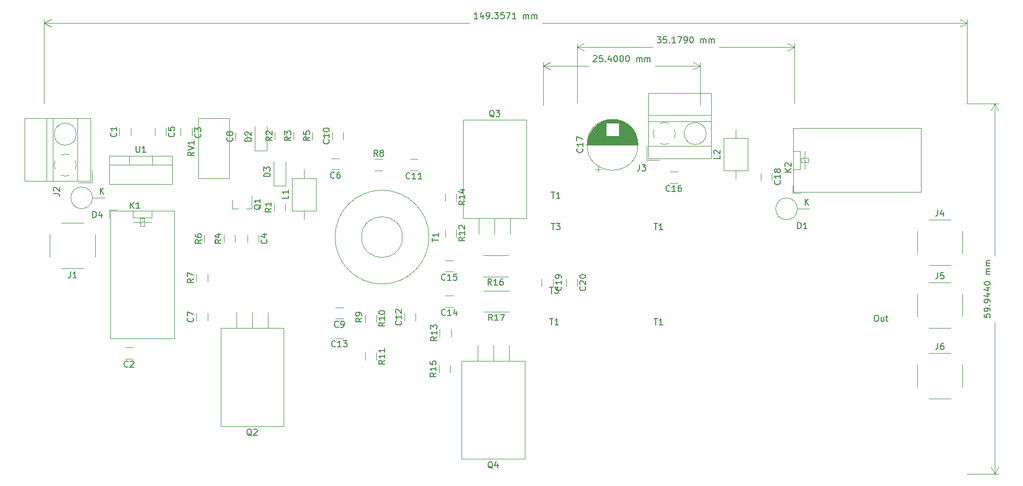
<source format=gbr>
G04 #@! TF.GenerationSoftware,KiCad,Pcbnew,(6.0.0)*
G04 #@! TF.CreationDate,2022-06-01T09:59:34+02:00*
G04 #@! TF.ProjectId,rfamp3,7266616d-7033-42e6-9b69-6361645f7063,rev?*
G04 #@! TF.SameCoordinates,Original*
G04 #@! TF.FileFunction,Legend,Top*
G04 #@! TF.FilePolarity,Positive*
%FSLAX46Y46*%
G04 Gerber Fmt 4.6, Leading zero omitted, Abs format (unit mm)*
G04 Created by KiCad (PCBNEW (6.0.0)) date 2022-06-01 09:59:34*
%MOMM*%
%LPD*%
G01*
G04 APERTURE LIST*
%ADD10C,0.150000*%
%ADD11C,0.120000*%
G04 APERTURE END LIST*
D10*
X150320952Y-36497619D02*
X150368571Y-36450000D01*
X150463809Y-36402380D01*
X150701904Y-36402380D01*
X150797142Y-36450000D01*
X150844761Y-36497619D01*
X150892380Y-36592857D01*
X150892380Y-36688095D01*
X150844761Y-36830952D01*
X150273333Y-37402380D01*
X150892380Y-37402380D01*
X151797142Y-36402380D02*
X151320952Y-36402380D01*
X151273333Y-36878571D01*
X151320952Y-36830952D01*
X151416190Y-36783333D01*
X151654285Y-36783333D01*
X151749523Y-36830952D01*
X151797142Y-36878571D01*
X151844761Y-36973809D01*
X151844761Y-37211904D01*
X151797142Y-37307142D01*
X151749523Y-37354761D01*
X151654285Y-37402380D01*
X151416190Y-37402380D01*
X151320952Y-37354761D01*
X151273333Y-37307142D01*
X152273333Y-37307142D02*
X152320952Y-37354761D01*
X152273333Y-37402380D01*
X152225714Y-37354761D01*
X152273333Y-37307142D01*
X152273333Y-37402380D01*
X153178095Y-36735714D02*
X153178095Y-37402380D01*
X152940000Y-36354761D02*
X152701904Y-37069047D01*
X153320952Y-37069047D01*
X153892380Y-36402380D02*
X153987619Y-36402380D01*
X154082857Y-36450000D01*
X154130476Y-36497619D01*
X154178095Y-36592857D01*
X154225714Y-36783333D01*
X154225714Y-37021428D01*
X154178095Y-37211904D01*
X154130476Y-37307142D01*
X154082857Y-37354761D01*
X153987619Y-37402380D01*
X153892380Y-37402380D01*
X153797142Y-37354761D01*
X153749523Y-37307142D01*
X153701904Y-37211904D01*
X153654285Y-37021428D01*
X153654285Y-36783333D01*
X153701904Y-36592857D01*
X153749523Y-36497619D01*
X153797142Y-36450000D01*
X153892380Y-36402380D01*
X154844761Y-36402380D02*
X154940000Y-36402380D01*
X155035238Y-36450000D01*
X155082857Y-36497619D01*
X155130476Y-36592857D01*
X155178095Y-36783333D01*
X155178095Y-37021428D01*
X155130476Y-37211904D01*
X155082857Y-37307142D01*
X155035238Y-37354761D01*
X154940000Y-37402380D01*
X154844761Y-37402380D01*
X154749523Y-37354761D01*
X154701904Y-37307142D01*
X154654285Y-37211904D01*
X154606666Y-37021428D01*
X154606666Y-36783333D01*
X154654285Y-36592857D01*
X154701904Y-36497619D01*
X154749523Y-36450000D01*
X154844761Y-36402380D01*
X155797142Y-36402380D02*
X155892380Y-36402380D01*
X155987619Y-36450000D01*
X156035238Y-36497619D01*
X156082857Y-36592857D01*
X156130476Y-36783333D01*
X156130476Y-37021428D01*
X156082857Y-37211904D01*
X156035238Y-37307142D01*
X155987619Y-37354761D01*
X155892380Y-37402380D01*
X155797142Y-37402380D01*
X155701904Y-37354761D01*
X155654285Y-37307142D01*
X155606666Y-37211904D01*
X155559047Y-37021428D01*
X155559047Y-36783333D01*
X155606666Y-36592857D01*
X155654285Y-36497619D01*
X155701904Y-36450000D01*
X155797142Y-36402380D01*
X157320952Y-37402380D02*
X157320952Y-36735714D01*
X157320952Y-36830952D02*
X157368571Y-36783333D01*
X157463809Y-36735714D01*
X157606666Y-36735714D01*
X157701904Y-36783333D01*
X157749523Y-36878571D01*
X157749523Y-37402380D01*
X157749523Y-36878571D02*
X157797142Y-36783333D01*
X157892380Y-36735714D01*
X158035238Y-36735714D01*
X158130476Y-36783333D01*
X158178095Y-36878571D01*
X158178095Y-37402380D01*
X158654285Y-37402380D02*
X158654285Y-36735714D01*
X158654285Y-36830952D02*
X158701904Y-36783333D01*
X158797142Y-36735714D01*
X158940000Y-36735714D01*
X159035238Y-36783333D01*
X159082857Y-36878571D01*
X159082857Y-37402380D01*
X159082857Y-36878571D02*
X159130476Y-36783333D01*
X159225714Y-36735714D01*
X159368571Y-36735714D01*
X159463809Y-36783333D01*
X159511428Y-36878571D01*
X159511428Y-37402380D01*
D11*
X167640000Y-44450000D02*
X167640000Y-37513580D01*
X142240000Y-44450000D02*
X142240000Y-37513580D01*
X167640000Y-38100000D02*
X160324524Y-38100000D01*
X149555476Y-38100000D02*
X142240000Y-38100000D01*
X167640000Y-38100000D02*
X166513496Y-37513579D01*
X167640000Y-38100000D02*
X166513496Y-38686421D01*
X142240000Y-38100000D02*
X143366504Y-38686421D01*
X142240000Y-38100000D02*
X143366504Y-37513579D01*
D10*
X160623833Y-33359200D02*
X161242880Y-33359200D01*
X160909547Y-33740153D01*
X161052404Y-33740153D01*
X161147642Y-33787772D01*
X161195261Y-33835391D01*
X161242880Y-33930629D01*
X161242880Y-34168724D01*
X161195261Y-34263962D01*
X161147642Y-34311581D01*
X161052404Y-34359200D01*
X160766690Y-34359200D01*
X160671452Y-34311581D01*
X160623833Y-34263962D01*
X162147642Y-33359200D02*
X161671452Y-33359200D01*
X161623833Y-33835391D01*
X161671452Y-33787772D01*
X161766690Y-33740153D01*
X162004785Y-33740153D01*
X162100023Y-33787772D01*
X162147642Y-33835391D01*
X162195261Y-33930629D01*
X162195261Y-34168724D01*
X162147642Y-34263962D01*
X162100023Y-34311581D01*
X162004785Y-34359200D01*
X161766690Y-34359200D01*
X161671452Y-34311581D01*
X161623833Y-34263962D01*
X162623833Y-34263962D02*
X162671452Y-34311581D01*
X162623833Y-34359200D01*
X162576214Y-34311581D01*
X162623833Y-34263962D01*
X162623833Y-34359200D01*
X163623833Y-34359200D02*
X163052404Y-34359200D01*
X163338119Y-34359200D02*
X163338119Y-33359200D01*
X163242880Y-33502058D01*
X163147642Y-33597296D01*
X163052404Y-33644915D01*
X163957166Y-33359200D02*
X164623833Y-33359200D01*
X164195261Y-34359200D01*
X165052404Y-34359200D02*
X165242880Y-34359200D01*
X165338119Y-34311581D01*
X165385738Y-34263962D01*
X165480976Y-34121105D01*
X165528595Y-33930629D01*
X165528595Y-33549677D01*
X165480976Y-33454439D01*
X165433357Y-33406820D01*
X165338119Y-33359200D01*
X165147642Y-33359200D01*
X165052404Y-33406820D01*
X165004785Y-33454439D01*
X164957166Y-33549677D01*
X164957166Y-33787772D01*
X165004785Y-33883010D01*
X165052404Y-33930629D01*
X165147642Y-33978248D01*
X165338119Y-33978248D01*
X165433357Y-33930629D01*
X165480976Y-33883010D01*
X165528595Y-33787772D01*
X166147642Y-33359200D02*
X166242880Y-33359200D01*
X166338119Y-33406820D01*
X166385738Y-33454439D01*
X166433357Y-33549677D01*
X166480976Y-33740153D01*
X166480976Y-33978248D01*
X166433357Y-34168724D01*
X166385738Y-34263962D01*
X166338119Y-34311581D01*
X166242880Y-34359200D01*
X166147642Y-34359200D01*
X166052404Y-34311581D01*
X166004785Y-34263962D01*
X165957166Y-34168724D01*
X165909547Y-33978248D01*
X165909547Y-33740153D01*
X165957166Y-33549677D01*
X166004785Y-33454439D01*
X166052404Y-33406820D01*
X166147642Y-33359200D01*
X167671452Y-34359200D02*
X167671452Y-33692534D01*
X167671452Y-33787772D02*
X167719071Y-33740153D01*
X167814309Y-33692534D01*
X167957166Y-33692534D01*
X168052404Y-33740153D01*
X168100023Y-33835391D01*
X168100023Y-34359200D01*
X168100023Y-33835391D02*
X168147642Y-33740153D01*
X168242880Y-33692534D01*
X168385738Y-33692534D01*
X168480976Y-33740153D01*
X168528595Y-33835391D01*
X168528595Y-34359200D01*
X169004785Y-34359200D02*
X169004785Y-33692534D01*
X169004785Y-33787772D02*
X169052404Y-33740153D01*
X169147642Y-33692534D01*
X169290500Y-33692534D01*
X169385738Y-33740153D01*
X169433357Y-33835391D01*
X169433357Y-34359200D01*
X169433357Y-33835391D02*
X169480976Y-33740153D01*
X169576214Y-33692534D01*
X169719071Y-33692534D01*
X169814309Y-33740153D01*
X169861928Y-33835391D01*
X169861928Y-34359200D01*
D11*
X182880000Y-44069000D02*
X182880000Y-34470400D01*
X147701000Y-44069000D02*
X147701000Y-34470400D01*
X182880000Y-35056820D02*
X170675024Y-35056820D01*
X159905976Y-35056820D02*
X147701000Y-35056820D01*
X182880000Y-35056820D02*
X181753496Y-34470399D01*
X182880000Y-35056820D02*
X181753496Y-35643241D01*
X147701000Y-35056820D02*
X148827504Y-35643241D01*
X147701000Y-35056820D02*
X148827504Y-34470399D01*
D10*
X131617650Y-30426612D02*
X131046221Y-30426612D01*
X131331936Y-30426612D02*
X131331936Y-29426612D01*
X131236698Y-29569470D01*
X131141460Y-29664708D01*
X131046221Y-29712327D01*
X132474793Y-29759946D02*
X132474793Y-30426612D01*
X132236698Y-29378993D02*
X131998602Y-30093279D01*
X132617650Y-30093279D01*
X133046221Y-30426612D02*
X133236698Y-30426612D01*
X133331936Y-30378993D01*
X133379555Y-30331374D01*
X133474793Y-30188517D01*
X133522412Y-29998041D01*
X133522412Y-29617089D01*
X133474793Y-29521851D01*
X133427174Y-29474232D01*
X133331936Y-29426612D01*
X133141460Y-29426612D01*
X133046221Y-29474232D01*
X132998602Y-29521851D01*
X132950983Y-29617089D01*
X132950983Y-29855184D01*
X132998602Y-29950422D01*
X133046221Y-29998041D01*
X133141460Y-30045660D01*
X133331936Y-30045660D01*
X133427174Y-29998041D01*
X133474793Y-29950422D01*
X133522412Y-29855184D01*
X133950983Y-30331374D02*
X133998602Y-30378993D01*
X133950983Y-30426612D01*
X133903364Y-30378993D01*
X133950983Y-30331374D01*
X133950983Y-30426612D01*
X134331936Y-29426612D02*
X134950983Y-29426612D01*
X134617650Y-29807565D01*
X134760507Y-29807565D01*
X134855745Y-29855184D01*
X134903364Y-29902803D01*
X134950983Y-29998041D01*
X134950983Y-30236136D01*
X134903364Y-30331374D01*
X134855745Y-30378993D01*
X134760507Y-30426612D01*
X134474793Y-30426612D01*
X134379555Y-30378993D01*
X134331936Y-30331374D01*
X135855745Y-29426612D02*
X135379555Y-29426612D01*
X135331936Y-29902803D01*
X135379555Y-29855184D01*
X135474793Y-29807565D01*
X135712888Y-29807565D01*
X135808126Y-29855184D01*
X135855745Y-29902803D01*
X135903364Y-29998041D01*
X135903364Y-30236136D01*
X135855745Y-30331374D01*
X135808126Y-30378993D01*
X135712888Y-30426612D01*
X135474793Y-30426612D01*
X135379555Y-30378993D01*
X135331936Y-30331374D01*
X136236698Y-29426612D02*
X136903364Y-29426612D01*
X136474793Y-30426612D01*
X137808126Y-30426612D02*
X137236698Y-30426612D01*
X137522412Y-30426612D02*
X137522412Y-29426612D01*
X137427174Y-29569470D01*
X137331936Y-29664708D01*
X137236698Y-29712327D01*
X138998602Y-30426612D02*
X138998602Y-29759946D01*
X138998602Y-29855184D02*
X139046221Y-29807565D01*
X139141460Y-29759946D01*
X139284317Y-29759946D01*
X139379555Y-29807565D01*
X139427174Y-29902803D01*
X139427174Y-30426612D01*
X139427174Y-29902803D02*
X139474793Y-29807565D01*
X139570031Y-29759946D01*
X139712888Y-29759946D01*
X139808126Y-29807565D01*
X139855745Y-29902803D01*
X139855745Y-30426612D01*
X140331936Y-30426612D02*
X140331936Y-29759946D01*
X140331936Y-29855184D02*
X140379555Y-29807565D01*
X140474793Y-29759946D01*
X140617650Y-29759946D01*
X140712888Y-29807565D01*
X140760507Y-29902803D01*
X140760507Y-30426612D01*
X140760507Y-29902803D02*
X140808126Y-29807565D01*
X140903364Y-29759946D01*
X141046221Y-29759946D01*
X141141460Y-29807565D01*
X141189079Y-29902803D01*
X141189079Y-30426612D01*
D11*
X210820000Y-44196000D02*
X210820000Y-30537812D01*
X61462920Y-44196000D02*
X61462920Y-30537812D01*
X210820000Y-31124232D02*
X142002175Y-31124232D01*
X130280746Y-31124232D02*
X61462920Y-31124232D01*
X210820000Y-31124232D02*
X209693496Y-30537811D01*
X210820000Y-31124232D02*
X209693496Y-31710653D01*
X61462920Y-31124232D02*
X62589424Y-31710653D01*
X61462920Y-31124232D02*
X62589424Y-30537811D01*
D10*
X213536900Y-78263238D02*
X213536900Y-78739428D01*
X214013091Y-78787047D01*
X213965472Y-78739428D01*
X213917853Y-78644190D01*
X213917853Y-78406095D01*
X213965472Y-78310857D01*
X214013091Y-78263238D01*
X214108329Y-78215619D01*
X214346424Y-78215619D01*
X214441662Y-78263238D01*
X214489281Y-78310857D01*
X214536900Y-78406095D01*
X214536900Y-78644190D01*
X214489281Y-78739428D01*
X214441662Y-78787047D01*
X214536900Y-77739428D02*
X214536900Y-77548952D01*
X214489281Y-77453714D01*
X214441662Y-77406095D01*
X214298805Y-77310857D01*
X214108329Y-77263238D01*
X213727377Y-77263238D01*
X213632139Y-77310857D01*
X213584520Y-77358476D01*
X213536900Y-77453714D01*
X213536900Y-77644190D01*
X213584520Y-77739428D01*
X213632139Y-77787047D01*
X213727377Y-77834666D01*
X213965472Y-77834666D01*
X214060710Y-77787047D01*
X214108329Y-77739428D01*
X214155948Y-77644190D01*
X214155948Y-77453714D01*
X214108329Y-77358476D01*
X214060710Y-77310857D01*
X213965472Y-77263238D01*
X214441662Y-76834666D02*
X214489281Y-76787047D01*
X214536900Y-76834666D01*
X214489281Y-76882285D01*
X214441662Y-76834666D01*
X214536900Y-76834666D01*
X214536900Y-76310857D02*
X214536900Y-76120380D01*
X214489281Y-76025142D01*
X214441662Y-75977523D01*
X214298805Y-75882285D01*
X214108329Y-75834666D01*
X213727377Y-75834666D01*
X213632139Y-75882285D01*
X213584520Y-75929904D01*
X213536900Y-76025142D01*
X213536900Y-76215619D01*
X213584520Y-76310857D01*
X213632139Y-76358476D01*
X213727377Y-76406095D01*
X213965472Y-76406095D01*
X214060710Y-76358476D01*
X214108329Y-76310857D01*
X214155948Y-76215619D01*
X214155948Y-76025142D01*
X214108329Y-75929904D01*
X214060710Y-75882285D01*
X213965472Y-75834666D01*
X213870234Y-74977523D02*
X214536900Y-74977523D01*
X213489281Y-75215619D02*
X214203567Y-75453714D01*
X214203567Y-74834666D01*
X213870234Y-74025142D02*
X214536900Y-74025142D01*
X213489281Y-74263238D02*
X214203567Y-74501333D01*
X214203567Y-73882285D01*
X213536900Y-73310857D02*
X213536900Y-73215619D01*
X213584520Y-73120380D01*
X213632139Y-73072761D01*
X213727377Y-73025142D01*
X213917853Y-72977523D01*
X214155948Y-72977523D01*
X214346424Y-73025142D01*
X214441662Y-73072761D01*
X214489281Y-73120380D01*
X214536900Y-73215619D01*
X214536900Y-73310857D01*
X214489281Y-73406095D01*
X214441662Y-73453714D01*
X214346424Y-73501333D01*
X214155948Y-73548952D01*
X213917853Y-73548952D01*
X213727377Y-73501333D01*
X213632139Y-73453714D01*
X213584520Y-73406095D01*
X213536900Y-73310857D01*
X214536900Y-71787047D02*
X213870234Y-71787047D01*
X213965472Y-71787047D02*
X213917853Y-71739428D01*
X213870234Y-71644190D01*
X213870234Y-71501333D01*
X213917853Y-71406095D01*
X214013091Y-71358476D01*
X214536900Y-71358476D01*
X214013091Y-71358476D02*
X213917853Y-71310857D01*
X213870234Y-71215619D01*
X213870234Y-71072761D01*
X213917853Y-70977523D01*
X214013091Y-70929904D01*
X214536900Y-70929904D01*
X214536900Y-70453714D02*
X213870234Y-70453714D01*
X213965472Y-70453714D02*
X213917853Y-70406095D01*
X213870234Y-70310857D01*
X213870234Y-70168000D01*
X213917853Y-70072761D01*
X214013091Y-70025142D01*
X214536900Y-70025142D01*
X214013091Y-70025142D02*
X213917853Y-69977523D01*
X213870234Y-69882285D01*
X213870234Y-69739428D01*
X213917853Y-69644190D01*
X214013091Y-69596571D01*
X214536900Y-69596571D01*
D11*
X210820000Y-44196000D02*
X215820940Y-44196000D01*
X210820000Y-104140000D02*
X215820940Y-104140000D01*
X215234520Y-44196000D02*
X215234520Y-68783476D01*
X215234520Y-79552524D02*
X215234520Y-104140000D01*
X215234520Y-44196000D02*
X214648099Y-45322504D01*
X215234520Y-44196000D02*
X215820941Y-45322504D01*
X215234520Y-104140000D02*
X215820941Y-103013496D01*
X215234520Y-104140000D02*
X214648099Y-103013496D01*
D10*
X69329722Y-62639015D02*
X69329722Y-61639015D01*
X69567818Y-61639015D01*
X69710675Y-61686635D01*
X69805913Y-61781873D01*
X69853532Y-61877111D01*
X69901151Y-62067587D01*
X69901151Y-62210444D01*
X69853532Y-62400920D01*
X69805913Y-62496158D01*
X69710675Y-62591396D01*
X69567818Y-62639015D01*
X69329722Y-62639015D01*
X70758294Y-61972349D02*
X70758294Y-62639015D01*
X70520198Y-61591396D02*
X70282103Y-62305682D01*
X70901151Y-62305682D01*
X70545913Y-58788380D02*
X70545913Y-57788380D01*
X71117341Y-58788380D02*
X70688770Y-58216952D01*
X71117341Y-57788380D02*
X70545913Y-58359809D01*
X183375722Y-64417015D02*
X183375722Y-63417015D01*
X183613818Y-63417015D01*
X183756675Y-63464635D01*
X183851913Y-63559873D01*
X183899532Y-63655111D01*
X183947151Y-63845587D01*
X183947151Y-63988444D01*
X183899532Y-64178920D01*
X183851913Y-64274158D01*
X183756675Y-64369396D01*
X183613818Y-64417015D01*
X183375722Y-64417015D01*
X184899532Y-64417015D02*
X184328103Y-64417015D01*
X184613818Y-64417015D02*
X184613818Y-63417015D01*
X184518579Y-63559873D01*
X184423341Y-63655111D01*
X184328103Y-63702730D01*
X184591913Y-60566380D02*
X184591913Y-59566380D01*
X185163341Y-60566380D02*
X184734770Y-59994952D01*
X185163341Y-59566380D02*
X184591913Y-60137809D01*
X124870380Y-87764857D02*
X124394190Y-88098190D01*
X124870380Y-88336285D02*
X123870380Y-88336285D01*
X123870380Y-87955333D01*
X123918000Y-87860095D01*
X123965619Y-87812476D01*
X124060857Y-87764857D01*
X124203714Y-87764857D01*
X124298952Y-87812476D01*
X124346571Y-87860095D01*
X124394190Y-87955333D01*
X124394190Y-88336285D01*
X124870380Y-86812476D02*
X124870380Y-87383904D01*
X124870380Y-87098190D02*
X123870380Y-87098190D01*
X124013238Y-87193428D01*
X124108476Y-87288666D01*
X124156095Y-87383904D01*
X123870380Y-85907714D02*
X123870380Y-86383904D01*
X124346571Y-86431523D01*
X124298952Y-86383904D01*
X124251333Y-86288666D01*
X124251333Y-86050571D01*
X124298952Y-85955333D01*
X124346571Y-85907714D01*
X124441809Y-85860095D01*
X124679904Y-85860095D01*
X124775142Y-85907714D01*
X124822761Y-85955333D01*
X124870380Y-86050571D01*
X124870380Y-86288666D01*
X124822761Y-86383904D01*
X124775142Y-86431523D01*
X129526380Y-59951857D02*
X129050190Y-60285190D01*
X129526380Y-60523285D02*
X128526380Y-60523285D01*
X128526380Y-60142333D01*
X128574000Y-60047095D01*
X128621619Y-59999476D01*
X128716857Y-59951857D01*
X128859714Y-59951857D01*
X128954952Y-59999476D01*
X129002571Y-60047095D01*
X129050190Y-60142333D01*
X129050190Y-60523285D01*
X129526380Y-58999476D02*
X129526380Y-59570904D01*
X129526380Y-59285190D02*
X128526380Y-59285190D01*
X128669238Y-59380428D01*
X128764476Y-59475666D01*
X128812095Y-59570904D01*
X128859714Y-58142333D02*
X129526380Y-58142333D01*
X128478761Y-58380428D02*
X129193047Y-58618523D01*
X129193047Y-57999476D01*
X143510095Y-58507380D02*
X144081523Y-58507380D01*
X143795809Y-59507380D02*
X143795809Y-58507380D01*
X144938666Y-59507380D02*
X144367238Y-59507380D01*
X144652952Y-59507380D02*
X144652952Y-58507380D01*
X144557714Y-58650238D01*
X144462476Y-58745476D01*
X144367238Y-58793095D01*
X148989142Y-73794857D02*
X149036761Y-73842476D01*
X149084380Y-73985333D01*
X149084380Y-74080571D01*
X149036761Y-74223428D01*
X148941523Y-74318666D01*
X148846285Y-74366285D01*
X148655809Y-74413904D01*
X148512952Y-74413904D01*
X148322476Y-74366285D01*
X148227238Y-74318666D01*
X148132000Y-74223428D01*
X148084380Y-74080571D01*
X148084380Y-73985333D01*
X148132000Y-73842476D01*
X148179619Y-73794857D01*
X148179619Y-73413904D02*
X148132000Y-73366285D01*
X148084380Y-73271047D01*
X148084380Y-73032952D01*
X148132000Y-72937714D01*
X148179619Y-72890095D01*
X148274857Y-72842476D01*
X148370095Y-72842476D01*
X148512952Y-72890095D01*
X149084380Y-73461523D01*
X149084380Y-72842476D01*
X148084380Y-72223428D02*
X148084380Y-72128190D01*
X148132000Y-72032952D01*
X148179619Y-71985333D01*
X148274857Y-71937714D01*
X148465333Y-71890095D01*
X148703428Y-71890095D01*
X148893904Y-71937714D01*
X148989142Y-71985333D01*
X149036761Y-72032952D01*
X149084380Y-72128190D01*
X149084380Y-72223428D01*
X149036761Y-72318666D01*
X148989142Y-72366285D01*
X148893904Y-72413904D01*
X148703428Y-72461523D01*
X148465333Y-72461523D01*
X148274857Y-72413904D01*
X148179619Y-72366285D01*
X148132000Y-72318666D01*
X148084380Y-72223428D01*
X133977142Y-79272380D02*
X133643809Y-78796190D01*
X133405714Y-79272380D02*
X133405714Y-78272380D01*
X133786666Y-78272380D01*
X133881904Y-78320000D01*
X133929523Y-78367619D01*
X133977142Y-78462857D01*
X133977142Y-78605714D01*
X133929523Y-78700952D01*
X133881904Y-78748571D01*
X133786666Y-78796190D01*
X133405714Y-78796190D01*
X134929523Y-79272380D02*
X134358095Y-79272380D01*
X134643809Y-79272380D02*
X134643809Y-78272380D01*
X134548571Y-78415238D01*
X134453333Y-78510476D01*
X134358095Y-78558095D01*
X135262857Y-78272380D02*
X135929523Y-78272380D01*
X135500952Y-79272380D01*
X96519619Y-60547238D02*
X96472000Y-60642476D01*
X96376761Y-60737714D01*
X96233904Y-60880571D01*
X96186285Y-60975809D01*
X96186285Y-61071047D01*
X96424380Y-61023428D02*
X96376761Y-61118666D01*
X96281523Y-61213904D01*
X96091047Y-61261523D01*
X95757714Y-61261523D01*
X95567238Y-61213904D01*
X95472000Y-61118666D01*
X95424380Y-61023428D01*
X95424380Y-60832952D01*
X95472000Y-60737714D01*
X95567238Y-60642476D01*
X95757714Y-60594857D01*
X96091047Y-60594857D01*
X96281523Y-60642476D01*
X96376761Y-60737714D01*
X96424380Y-60832952D01*
X96424380Y-61023428D01*
X96424380Y-59642476D02*
X96424380Y-60213904D01*
X96424380Y-59928190D02*
X95424380Y-59928190D01*
X95567238Y-60023428D01*
X95662476Y-60118666D01*
X95710095Y-60213904D01*
X160147095Y-78954380D02*
X160718523Y-78954380D01*
X160432809Y-79954380D02*
X160432809Y-78954380D01*
X161575666Y-79954380D02*
X161004238Y-79954380D01*
X161289952Y-79954380D02*
X161289952Y-78954380D01*
X161194714Y-79097238D01*
X161099476Y-79192476D01*
X161004238Y-79240095D01*
X160147095Y-63587380D02*
X160718523Y-63587380D01*
X160432809Y-64587380D02*
X160432809Y-63587380D01*
X161575666Y-64587380D02*
X161004238Y-64587380D01*
X161289952Y-64587380D02*
X161289952Y-63587380D01*
X161194714Y-63730238D01*
X161099476Y-63825476D01*
X161004238Y-63873095D01*
X133850142Y-73557380D02*
X133516809Y-73081190D01*
X133278714Y-73557380D02*
X133278714Y-72557380D01*
X133659666Y-72557380D01*
X133754904Y-72605000D01*
X133802523Y-72652619D01*
X133850142Y-72747857D01*
X133850142Y-72890714D01*
X133802523Y-72985952D01*
X133754904Y-73033571D01*
X133659666Y-73081190D01*
X133278714Y-73081190D01*
X134802523Y-73557380D02*
X134231095Y-73557380D01*
X134516809Y-73557380D02*
X134516809Y-72557380D01*
X134421571Y-72700238D01*
X134326333Y-72795476D01*
X134231095Y-72843095D01*
X135659666Y-72557380D02*
X135469190Y-72557380D01*
X135373952Y-72605000D01*
X135326333Y-72652619D01*
X135231095Y-72795476D01*
X135183476Y-72985952D01*
X135183476Y-73366904D01*
X135231095Y-73462142D01*
X135278714Y-73509761D01*
X135373952Y-73557380D01*
X135564428Y-73557380D01*
X135659666Y-73509761D01*
X135707285Y-73462142D01*
X135754904Y-73366904D01*
X135754904Y-73128809D01*
X135707285Y-73033571D01*
X135659666Y-72985952D01*
X135564428Y-72938333D01*
X135373952Y-72938333D01*
X135278714Y-72985952D01*
X135231095Y-73033571D01*
X135183476Y-73128809D01*
X108577142Y-83457142D02*
X108529523Y-83504761D01*
X108386666Y-83552380D01*
X108291428Y-83552380D01*
X108148571Y-83504761D01*
X108053333Y-83409523D01*
X108005714Y-83314285D01*
X107958095Y-83123809D01*
X107958095Y-82980952D01*
X108005714Y-82790476D01*
X108053333Y-82695238D01*
X108148571Y-82600000D01*
X108291428Y-82552380D01*
X108386666Y-82552380D01*
X108529523Y-82600000D01*
X108577142Y-82647619D01*
X109529523Y-83552380D02*
X108958095Y-83552380D01*
X109243809Y-83552380D02*
X109243809Y-82552380D01*
X109148571Y-82695238D01*
X109053333Y-82790476D01*
X108958095Y-82838095D01*
X109862857Y-82552380D02*
X110481904Y-82552380D01*
X110148571Y-82933333D01*
X110291428Y-82933333D01*
X110386666Y-82980952D01*
X110434285Y-83028571D01*
X110481904Y-83123809D01*
X110481904Y-83361904D01*
X110434285Y-83457142D01*
X110386666Y-83504761D01*
X110291428Y-83552380D01*
X110005714Y-83552380D01*
X109910476Y-83504761D01*
X109862857Y-83457142D01*
X206041666Y-82967380D02*
X206041666Y-83681666D01*
X205994047Y-83824523D01*
X205898809Y-83919761D01*
X205755952Y-83967380D01*
X205660714Y-83967380D01*
X206946428Y-82967380D02*
X206755952Y-82967380D01*
X206660714Y-83015000D01*
X206613095Y-83062619D01*
X206517857Y-83205476D01*
X206470238Y-83395952D01*
X206470238Y-83776904D01*
X206517857Y-83872142D01*
X206565476Y-83919761D01*
X206660714Y-83967380D01*
X206851190Y-83967380D01*
X206946428Y-83919761D01*
X206994047Y-83872142D01*
X207041666Y-83776904D01*
X207041666Y-83538809D01*
X206994047Y-83443571D01*
X206946428Y-83395952D01*
X206851190Y-83348333D01*
X206660714Y-83348333D01*
X206565476Y-83395952D01*
X206517857Y-83443571D01*
X206470238Y-83538809D01*
X65706666Y-71385380D02*
X65706666Y-72099666D01*
X65659047Y-72242523D01*
X65563809Y-72337761D01*
X65420952Y-72385380D01*
X65325714Y-72385380D01*
X66706666Y-72385380D02*
X66135238Y-72385380D01*
X66420952Y-72385380D02*
X66420952Y-71385380D01*
X66325714Y-71528238D01*
X66230476Y-71623476D01*
X66135238Y-71671095D01*
X206041666Y-61377380D02*
X206041666Y-62091666D01*
X205994047Y-62234523D01*
X205898809Y-62329761D01*
X205755952Y-62377380D01*
X205660714Y-62377380D01*
X206946428Y-61710714D02*
X206946428Y-62377380D01*
X206708333Y-61329761D02*
X206470238Y-62044047D01*
X207089285Y-62044047D01*
X206041666Y-71537380D02*
X206041666Y-72251666D01*
X205994047Y-72394523D01*
X205898809Y-72489761D01*
X205755952Y-72537380D01*
X205660714Y-72537380D01*
X206994047Y-71537380D02*
X206517857Y-71537380D01*
X206470238Y-72013571D01*
X206517857Y-71965952D01*
X206613095Y-71918333D01*
X206851190Y-71918333D01*
X206946428Y-71965952D01*
X206994047Y-72013571D01*
X207041666Y-72108809D01*
X207041666Y-72346904D01*
X206994047Y-72442142D01*
X206946428Y-72489761D01*
X206851190Y-72537380D01*
X206613095Y-72537380D01*
X206517857Y-72489761D01*
X206470238Y-72442142D01*
X112847380Y-78906666D02*
X112371190Y-79240000D01*
X112847380Y-79478095D02*
X111847380Y-79478095D01*
X111847380Y-79097142D01*
X111895000Y-79001904D01*
X111942619Y-78954285D01*
X112037857Y-78906666D01*
X112180714Y-78906666D01*
X112275952Y-78954285D01*
X112323571Y-79001904D01*
X112371190Y-79097142D01*
X112371190Y-79478095D01*
X112847380Y-78430476D02*
X112847380Y-78240000D01*
X112799761Y-78144761D01*
X112752142Y-78097142D01*
X112609285Y-78001904D01*
X112418809Y-77954285D01*
X112037857Y-77954285D01*
X111942619Y-78001904D01*
X111895000Y-78049523D01*
X111847380Y-78144761D01*
X111847380Y-78335238D01*
X111895000Y-78430476D01*
X111942619Y-78478095D01*
X112037857Y-78525714D01*
X112275952Y-78525714D01*
X112371190Y-78478095D01*
X112418809Y-78430476D01*
X112466428Y-78335238D01*
X112466428Y-78144761D01*
X112418809Y-78049523D01*
X112371190Y-78001904D01*
X112275952Y-77954285D01*
X116572380Y-85732857D02*
X116096190Y-86066190D01*
X116572380Y-86304285D02*
X115572380Y-86304285D01*
X115572380Y-85923333D01*
X115620000Y-85828095D01*
X115667619Y-85780476D01*
X115762857Y-85732857D01*
X115905714Y-85732857D01*
X116000952Y-85780476D01*
X116048571Y-85828095D01*
X116096190Y-85923333D01*
X116096190Y-86304285D01*
X116572380Y-84780476D02*
X116572380Y-85351904D01*
X116572380Y-85066190D02*
X115572380Y-85066190D01*
X115715238Y-85161428D01*
X115810476Y-85256666D01*
X115858095Y-85351904D01*
X116572380Y-83828095D02*
X116572380Y-84399523D01*
X116572380Y-84113809D02*
X115572380Y-84113809D01*
X115715238Y-84209047D01*
X115810476Y-84304285D01*
X115858095Y-84399523D01*
X116572380Y-79600357D02*
X116096190Y-79933690D01*
X116572380Y-80171785D02*
X115572380Y-80171785D01*
X115572380Y-79790833D01*
X115620000Y-79695595D01*
X115667619Y-79647976D01*
X115762857Y-79600357D01*
X115905714Y-79600357D01*
X116000952Y-79647976D01*
X116048571Y-79695595D01*
X116096190Y-79790833D01*
X116096190Y-80171785D01*
X116572380Y-78647976D02*
X116572380Y-79219404D01*
X116572380Y-78933690D02*
X115572380Y-78933690D01*
X115715238Y-79028928D01*
X115810476Y-79124166D01*
X115858095Y-79219404D01*
X115572380Y-78028928D02*
X115572380Y-77933690D01*
X115620000Y-77838452D01*
X115667619Y-77790833D01*
X115762857Y-77743214D01*
X115953333Y-77695595D01*
X116191428Y-77695595D01*
X116381904Y-77743214D01*
X116477142Y-77790833D01*
X116524761Y-77838452D01*
X116572380Y-77933690D01*
X116572380Y-78028928D01*
X116524761Y-78124166D01*
X116477142Y-78171785D01*
X116381904Y-78219404D01*
X116191428Y-78267023D01*
X115953333Y-78267023D01*
X115762857Y-78219404D01*
X115667619Y-78171785D01*
X115620000Y-78124166D01*
X115572380Y-78028928D01*
X119187142Y-79382857D02*
X119234761Y-79430476D01*
X119282380Y-79573333D01*
X119282380Y-79668571D01*
X119234761Y-79811428D01*
X119139523Y-79906666D01*
X119044285Y-79954285D01*
X118853809Y-80001904D01*
X118710952Y-80001904D01*
X118520476Y-79954285D01*
X118425238Y-79906666D01*
X118330000Y-79811428D01*
X118282380Y-79668571D01*
X118282380Y-79573333D01*
X118330000Y-79430476D01*
X118377619Y-79382857D01*
X119282380Y-78430476D02*
X119282380Y-79001904D01*
X119282380Y-78716190D02*
X118282380Y-78716190D01*
X118425238Y-78811428D01*
X118520476Y-78906666D01*
X118568095Y-79001904D01*
X118377619Y-78049523D02*
X118330000Y-78001904D01*
X118282380Y-77906666D01*
X118282380Y-77668571D01*
X118330000Y-77573333D01*
X118377619Y-77525714D01*
X118472857Y-77478095D01*
X118568095Y-77478095D01*
X118710952Y-77525714D01*
X119282380Y-78097142D01*
X119282380Y-77478095D01*
X109053333Y-80282142D02*
X109005714Y-80329761D01*
X108862857Y-80377380D01*
X108767619Y-80377380D01*
X108624761Y-80329761D01*
X108529523Y-80234523D01*
X108481904Y-80139285D01*
X108434285Y-79948809D01*
X108434285Y-79805952D01*
X108481904Y-79615476D01*
X108529523Y-79520238D01*
X108624761Y-79425000D01*
X108767619Y-79377380D01*
X108862857Y-79377380D01*
X109005714Y-79425000D01*
X109053333Y-79472619D01*
X109529523Y-80377380D02*
X109720000Y-80377380D01*
X109815238Y-80329761D01*
X109862857Y-80282142D01*
X109958095Y-80139285D01*
X110005714Y-79948809D01*
X110005714Y-79567857D01*
X109958095Y-79472619D01*
X109910476Y-79425000D01*
X109815238Y-79377380D01*
X109624761Y-79377380D01*
X109529523Y-79425000D01*
X109481904Y-79472619D01*
X109434285Y-79567857D01*
X109434285Y-79805952D01*
X109481904Y-79901190D01*
X109529523Y-79948809D01*
X109624761Y-79996428D01*
X109815238Y-79996428D01*
X109910476Y-79948809D01*
X109958095Y-79901190D01*
X110005714Y-79805952D01*
X124277380Y-66546904D02*
X124277380Y-65975476D01*
X125277380Y-66261190D02*
X124277380Y-66261190D01*
X125277380Y-65118333D02*
X125277380Y-65689761D01*
X125277380Y-65404047D02*
X124277380Y-65404047D01*
X124420238Y-65499285D01*
X124515476Y-65594523D01*
X124563095Y-65689761D01*
X143256095Y-73874380D02*
X143827523Y-73874380D01*
X143541809Y-74874380D02*
X143541809Y-73874380D01*
X144065619Y-73874380D02*
X144684666Y-73874380D01*
X144351333Y-74255333D01*
X144494190Y-74255333D01*
X144589428Y-74302952D01*
X144637047Y-74350571D01*
X144684666Y-74445809D01*
X144684666Y-74683904D01*
X144637047Y-74779142D01*
X144589428Y-74826761D01*
X144494190Y-74874380D01*
X144208476Y-74874380D01*
X144113238Y-74826761D01*
X144065619Y-74779142D01*
X143510095Y-63587380D02*
X144081523Y-63587380D01*
X143795809Y-64587380D02*
X143795809Y-63587380D01*
X144319619Y-63587380D02*
X144938666Y-63587380D01*
X144605333Y-63968333D01*
X144748190Y-63968333D01*
X144843428Y-64015952D01*
X144891047Y-64063571D01*
X144938666Y-64158809D01*
X144938666Y-64396904D01*
X144891047Y-64492142D01*
X144843428Y-64539761D01*
X144748190Y-64587380D01*
X144462476Y-64587380D01*
X144367238Y-64539761D01*
X144319619Y-64492142D01*
X143256095Y-78954380D02*
X143827523Y-78954380D01*
X143541809Y-79954380D02*
X143541809Y-78954380D01*
X144684666Y-79954380D02*
X144113238Y-79954380D01*
X144398952Y-79954380D02*
X144398952Y-78954380D01*
X144303714Y-79097238D01*
X144208476Y-79192476D01*
X144113238Y-79240095D01*
X196016666Y-78429629D02*
X196207142Y-78429629D01*
X196302380Y-78477249D01*
X196397619Y-78572487D01*
X196445238Y-78762963D01*
X196445238Y-79096296D01*
X196397619Y-79286772D01*
X196302380Y-79382010D01*
X196207142Y-79429629D01*
X196016666Y-79429629D01*
X195921428Y-79382010D01*
X195826190Y-79286772D01*
X195778571Y-79096296D01*
X195778571Y-78762963D01*
X195826190Y-78572487D01*
X195921428Y-78477249D01*
X196016666Y-78429629D01*
X197302380Y-78762963D02*
X197302380Y-79429629D01*
X196873809Y-78762963D02*
X196873809Y-79286772D01*
X196921428Y-79382010D01*
X197016666Y-79429629D01*
X197159523Y-79429629D01*
X197254761Y-79382010D01*
X197302380Y-79334391D01*
X197635714Y-78762963D02*
X198016666Y-78762963D01*
X197778571Y-78429629D02*
X197778571Y-79286772D01*
X197826190Y-79382010D01*
X197921428Y-79429629D01*
X198016666Y-79429629D01*
X170807380Y-52570666D02*
X170807380Y-53046857D01*
X169807380Y-53046857D01*
X169902619Y-52284952D02*
X169855000Y-52237333D01*
X169807380Y-52142095D01*
X169807380Y-51904000D01*
X169855000Y-51808761D01*
X169902619Y-51761142D01*
X169997857Y-51713523D01*
X170093095Y-51713523D01*
X170235952Y-51761142D01*
X170807380Y-52332571D01*
X170807380Y-51713523D01*
X100957380Y-59047666D02*
X100957380Y-59523857D01*
X99957380Y-59523857D01*
X100957380Y-58190523D02*
X100957380Y-58761952D01*
X100957380Y-58476238D02*
X99957380Y-58476238D01*
X100100238Y-58571476D01*
X100195476Y-58666714D01*
X100243095Y-58761952D01*
X86897380Y-66206666D02*
X86421190Y-66540000D01*
X86897380Y-66778095D02*
X85897380Y-66778095D01*
X85897380Y-66397142D01*
X85945000Y-66301904D01*
X85992619Y-66254285D01*
X86087857Y-66206666D01*
X86230714Y-66206666D01*
X86325952Y-66254285D01*
X86373571Y-66301904D01*
X86421190Y-66397142D01*
X86421190Y-66778095D01*
X85897380Y-65349523D02*
X85897380Y-65540000D01*
X85945000Y-65635238D01*
X85992619Y-65682857D01*
X86135476Y-65778095D01*
X86325952Y-65825714D01*
X86706904Y-65825714D01*
X86802142Y-65778095D01*
X86849761Y-65730476D01*
X86897380Y-65635238D01*
X86897380Y-65444761D01*
X86849761Y-65349523D01*
X86802142Y-65301904D01*
X86706904Y-65254285D01*
X86468809Y-65254285D01*
X86373571Y-65301904D01*
X86325952Y-65349523D01*
X86278333Y-65444761D01*
X86278333Y-65635238D01*
X86325952Y-65730476D01*
X86373571Y-65778095D01*
X86468809Y-65825714D01*
X85627380Y-72556666D02*
X85151190Y-72890000D01*
X85627380Y-73128095D02*
X84627380Y-73128095D01*
X84627380Y-72747142D01*
X84675000Y-72651904D01*
X84722619Y-72604285D01*
X84817857Y-72556666D01*
X84960714Y-72556666D01*
X85055952Y-72604285D01*
X85103571Y-72651904D01*
X85151190Y-72747142D01*
X85151190Y-73128095D01*
X84627380Y-72223333D02*
X84627380Y-71556666D01*
X85627380Y-71985238D01*
X90072380Y-66206666D02*
X89596190Y-66540000D01*
X90072380Y-66778095D02*
X89072380Y-66778095D01*
X89072380Y-66397142D01*
X89120000Y-66301904D01*
X89167619Y-66254285D01*
X89262857Y-66206666D01*
X89405714Y-66206666D01*
X89500952Y-66254285D01*
X89548571Y-66301904D01*
X89596190Y-66397142D01*
X89596190Y-66778095D01*
X89405714Y-65349523D02*
X90072380Y-65349523D01*
X89024761Y-65587619D02*
X89739047Y-65825714D01*
X89739047Y-65206666D01*
X98200380Y-61126666D02*
X97724190Y-61460000D01*
X98200380Y-61698095D02*
X97200380Y-61698095D01*
X97200380Y-61317142D01*
X97248000Y-61221904D01*
X97295619Y-61174285D01*
X97390857Y-61126666D01*
X97533714Y-61126666D01*
X97628952Y-61174285D01*
X97676571Y-61221904D01*
X97724190Y-61317142D01*
X97724190Y-61698095D01*
X98200380Y-60174285D02*
X98200380Y-60745714D01*
X98200380Y-60460000D02*
X97200380Y-60460000D01*
X97343238Y-60555238D01*
X97438476Y-60650476D01*
X97486095Y-60745714D01*
X104423380Y-49569666D02*
X103947190Y-49903000D01*
X104423380Y-50141095D02*
X103423380Y-50141095D01*
X103423380Y-49760142D01*
X103471000Y-49664904D01*
X103518619Y-49617285D01*
X103613857Y-49569666D01*
X103756714Y-49569666D01*
X103851952Y-49617285D01*
X103899571Y-49664904D01*
X103947190Y-49760142D01*
X103947190Y-50141095D01*
X103423380Y-48664904D02*
X103423380Y-49141095D01*
X103899571Y-49188714D01*
X103851952Y-49141095D01*
X103804333Y-49045857D01*
X103804333Y-48807761D01*
X103851952Y-48712523D01*
X103899571Y-48664904D01*
X103994809Y-48617285D01*
X104232904Y-48617285D01*
X104328142Y-48664904D01*
X104375761Y-48712523D01*
X104423380Y-48807761D01*
X104423380Y-49045857D01*
X104375761Y-49141095D01*
X104328142Y-49188714D01*
X101375380Y-49569666D02*
X100899190Y-49903000D01*
X101375380Y-50141095D02*
X100375380Y-50141095D01*
X100375380Y-49760142D01*
X100423000Y-49664904D01*
X100470619Y-49617285D01*
X100565857Y-49569666D01*
X100708714Y-49569666D01*
X100803952Y-49617285D01*
X100851571Y-49664904D01*
X100899190Y-49760142D01*
X100899190Y-50141095D01*
X100375380Y-49236333D02*
X100375380Y-48617285D01*
X100756333Y-48950619D01*
X100756333Y-48807761D01*
X100803952Y-48712523D01*
X100851571Y-48664904D01*
X100946809Y-48617285D01*
X101184904Y-48617285D01*
X101280142Y-48664904D01*
X101327761Y-48712523D01*
X101375380Y-48807761D01*
X101375380Y-49093476D01*
X101327761Y-49188714D01*
X101280142Y-49236333D01*
X98327380Y-49569666D02*
X97851190Y-49903000D01*
X98327380Y-50141095D02*
X97327380Y-50141095D01*
X97327380Y-49760142D01*
X97375000Y-49664904D01*
X97422619Y-49617285D01*
X97517857Y-49569666D01*
X97660714Y-49569666D01*
X97755952Y-49617285D01*
X97803571Y-49664904D01*
X97851190Y-49760142D01*
X97851190Y-50141095D01*
X97422619Y-49188714D02*
X97375000Y-49141095D01*
X97327380Y-49045857D01*
X97327380Y-48807761D01*
X97375000Y-48712523D01*
X97422619Y-48664904D01*
X97517857Y-48617285D01*
X97613095Y-48617285D01*
X97755952Y-48664904D01*
X98327380Y-49236333D01*
X98327380Y-48617285D01*
X95027761Y-97962619D02*
X94932523Y-97915000D01*
X94837285Y-97819761D01*
X94694428Y-97676904D01*
X94599190Y-97629285D01*
X94503952Y-97629285D01*
X94551571Y-97867380D02*
X94456333Y-97819761D01*
X94361095Y-97724523D01*
X94313476Y-97534047D01*
X94313476Y-97200714D01*
X94361095Y-97010238D01*
X94456333Y-96915000D01*
X94551571Y-96867380D01*
X94742047Y-96867380D01*
X94837285Y-96915000D01*
X94932523Y-97010238D01*
X94980142Y-97200714D01*
X94980142Y-97534047D01*
X94932523Y-97724523D01*
X94837285Y-97819761D01*
X94742047Y-97867380D01*
X94551571Y-97867380D01*
X95361095Y-96962619D02*
X95408714Y-96915000D01*
X95503952Y-96867380D01*
X95742047Y-96867380D01*
X95837285Y-96915000D01*
X95884904Y-96962619D01*
X95932523Y-97057857D01*
X95932523Y-97153095D01*
X95884904Y-97295952D01*
X95313476Y-97867380D01*
X95932523Y-97867380D01*
X98020380Y-55983095D02*
X97020380Y-55983095D01*
X97020380Y-55745000D01*
X97068000Y-55602142D01*
X97163238Y-55506904D01*
X97258476Y-55459285D01*
X97448952Y-55411666D01*
X97591809Y-55411666D01*
X97782285Y-55459285D01*
X97877523Y-55506904D01*
X97972761Y-55602142D01*
X98020380Y-55745000D01*
X98020380Y-55983095D01*
X97020380Y-55078333D02*
X97020380Y-54459285D01*
X97401333Y-54792619D01*
X97401333Y-54649761D01*
X97448952Y-54554523D01*
X97496571Y-54506904D01*
X97591809Y-54459285D01*
X97829904Y-54459285D01*
X97925142Y-54506904D01*
X97972761Y-54554523D01*
X98020380Y-54649761D01*
X98020380Y-54935476D01*
X97972761Y-55030714D01*
X97925142Y-55078333D01*
X94972380Y-50268095D02*
X93972380Y-50268095D01*
X93972380Y-50030000D01*
X94020000Y-49887142D01*
X94115238Y-49791904D01*
X94210476Y-49744285D01*
X94400952Y-49696666D01*
X94543809Y-49696666D01*
X94734285Y-49744285D01*
X94829523Y-49791904D01*
X94924761Y-49887142D01*
X94972380Y-50030000D01*
X94972380Y-50268095D01*
X94067619Y-49315714D02*
X94020000Y-49268095D01*
X93972380Y-49172857D01*
X93972380Y-48934761D01*
X94020000Y-48839523D01*
X94067619Y-48791904D01*
X94162857Y-48744285D01*
X94258095Y-48744285D01*
X94400952Y-48791904D01*
X94972380Y-49363333D01*
X94972380Y-48744285D01*
X75017333Y-86759142D02*
X74969714Y-86806761D01*
X74826857Y-86854380D01*
X74731619Y-86854380D01*
X74588761Y-86806761D01*
X74493523Y-86711523D01*
X74445904Y-86616285D01*
X74398285Y-86425809D01*
X74398285Y-86282952D01*
X74445904Y-86092476D01*
X74493523Y-85997238D01*
X74588761Y-85902000D01*
X74731619Y-85854380D01*
X74826857Y-85854380D01*
X74969714Y-85902000D01*
X75017333Y-85949619D01*
X75398285Y-85949619D02*
X75445904Y-85902000D01*
X75541142Y-85854380D01*
X75779238Y-85854380D01*
X75874476Y-85902000D01*
X75922095Y-85949619D01*
X75969714Y-86044857D01*
X75969714Y-86140095D01*
X75922095Y-86282952D01*
X75350666Y-86854380D01*
X75969714Y-86854380D01*
X85532142Y-78906666D02*
X85579761Y-78954285D01*
X85627380Y-79097142D01*
X85627380Y-79192380D01*
X85579761Y-79335238D01*
X85484523Y-79430476D01*
X85389285Y-79478095D01*
X85198809Y-79525714D01*
X85055952Y-79525714D01*
X84865476Y-79478095D01*
X84770238Y-79430476D01*
X84675000Y-79335238D01*
X84627380Y-79192380D01*
X84627380Y-79097142D01*
X84675000Y-78954285D01*
X84722619Y-78906666D01*
X84627380Y-78573333D02*
X84627380Y-77906666D01*
X85627380Y-78335238D01*
X97427142Y-66206666D02*
X97474761Y-66254285D01*
X97522380Y-66397142D01*
X97522380Y-66492380D01*
X97474761Y-66635238D01*
X97379523Y-66730476D01*
X97284285Y-66778095D01*
X97093809Y-66825714D01*
X96950952Y-66825714D01*
X96760476Y-66778095D01*
X96665238Y-66730476D01*
X96570000Y-66635238D01*
X96522380Y-66492380D01*
X96522380Y-66397142D01*
X96570000Y-66254285D01*
X96617619Y-66206666D01*
X96855714Y-65349523D02*
X97522380Y-65349523D01*
X96474761Y-65587619D02*
X97189047Y-65825714D01*
X97189047Y-65206666D01*
X108418333Y-56152142D02*
X108370714Y-56199761D01*
X108227857Y-56247380D01*
X108132619Y-56247380D01*
X107989761Y-56199761D01*
X107894523Y-56104523D01*
X107846904Y-56009285D01*
X107799285Y-55818809D01*
X107799285Y-55675952D01*
X107846904Y-55485476D01*
X107894523Y-55390238D01*
X107989761Y-55295000D01*
X108132619Y-55247380D01*
X108227857Y-55247380D01*
X108370714Y-55295000D01*
X108418333Y-55342619D01*
X109275476Y-55247380D02*
X109085000Y-55247380D01*
X108989761Y-55295000D01*
X108942142Y-55342619D01*
X108846904Y-55485476D01*
X108799285Y-55675952D01*
X108799285Y-56056904D01*
X108846904Y-56152142D01*
X108894523Y-56199761D01*
X108989761Y-56247380D01*
X109180238Y-56247380D01*
X109275476Y-56199761D01*
X109323095Y-56152142D01*
X109370714Y-56056904D01*
X109370714Y-55818809D01*
X109323095Y-55723571D01*
X109275476Y-55675952D01*
X109180238Y-55628333D01*
X108989761Y-55628333D01*
X108894523Y-55675952D01*
X108846904Y-55723571D01*
X108799285Y-55818809D01*
X107503142Y-50045857D02*
X107550761Y-50093476D01*
X107598380Y-50236333D01*
X107598380Y-50331571D01*
X107550761Y-50474428D01*
X107455523Y-50569666D01*
X107360285Y-50617285D01*
X107169809Y-50664904D01*
X107026952Y-50664904D01*
X106836476Y-50617285D01*
X106741238Y-50569666D01*
X106646000Y-50474428D01*
X106598380Y-50331571D01*
X106598380Y-50236333D01*
X106646000Y-50093476D01*
X106693619Y-50045857D01*
X107598380Y-49093476D02*
X107598380Y-49664904D01*
X107598380Y-49379190D02*
X106598380Y-49379190D01*
X106741238Y-49474428D01*
X106836476Y-49569666D01*
X106884095Y-49664904D01*
X106598380Y-48474428D02*
X106598380Y-48379190D01*
X106646000Y-48283952D01*
X106693619Y-48236333D01*
X106788857Y-48188714D01*
X106979333Y-48141095D01*
X107217428Y-48141095D01*
X107407904Y-48188714D01*
X107503142Y-48236333D01*
X107550761Y-48283952D01*
X107598380Y-48379190D01*
X107598380Y-48474428D01*
X107550761Y-48569666D01*
X107503142Y-48617285D01*
X107407904Y-48664904D01*
X107217428Y-48712523D01*
X106979333Y-48712523D01*
X106788857Y-48664904D01*
X106693619Y-48617285D01*
X106646000Y-48569666D01*
X106598380Y-48474428D01*
X124997380Y-81922857D02*
X124521190Y-82256190D01*
X124997380Y-82494285D02*
X123997380Y-82494285D01*
X123997380Y-82113333D01*
X124045000Y-82018095D01*
X124092619Y-81970476D01*
X124187857Y-81922857D01*
X124330714Y-81922857D01*
X124425952Y-81970476D01*
X124473571Y-82018095D01*
X124521190Y-82113333D01*
X124521190Y-82494285D01*
X124997380Y-80970476D02*
X124997380Y-81541904D01*
X124997380Y-81256190D02*
X123997380Y-81256190D01*
X124140238Y-81351428D01*
X124235476Y-81446666D01*
X124283095Y-81541904D01*
X123997380Y-80637142D02*
X123997380Y-80018095D01*
X124378333Y-80351428D01*
X124378333Y-80208571D01*
X124425952Y-80113333D01*
X124473571Y-80065714D01*
X124568809Y-80018095D01*
X124806904Y-80018095D01*
X124902142Y-80065714D01*
X124949761Y-80113333D01*
X124997380Y-80208571D01*
X124997380Y-80494285D01*
X124949761Y-80589523D01*
X124902142Y-80637142D01*
X115403333Y-52734380D02*
X115070000Y-52258190D01*
X114831904Y-52734380D02*
X114831904Y-51734380D01*
X115212857Y-51734380D01*
X115308095Y-51782000D01*
X115355714Y-51829619D01*
X115403333Y-51924857D01*
X115403333Y-52067714D01*
X115355714Y-52162952D01*
X115308095Y-52210571D01*
X115212857Y-52258190D01*
X114831904Y-52258190D01*
X115974761Y-52162952D02*
X115879523Y-52115333D01*
X115831904Y-52067714D01*
X115784285Y-51972476D01*
X115784285Y-51924857D01*
X115831904Y-51829619D01*
X115879523Y-51782000D01*
X115974761Y-51734380D01*
X116165238Y-51734380D01*
X116260476Y-51782000D01*
X116308095Y-51829619D01*
X116355714Y-51924857D01*
X116355714Y-51972476D01*
X116308095Y-52067714D01*
X116260476Y-52115333D01*
X116165238Y-52162952D01*
X115974761Y-52162952D01*
X115879523Y-52210571D01*
X115831904Y-52258190D01*
X115784285Y-52353428D01*
X115784285Y-52543904D01*
X115831904Y-52639142D01*
X115879523Y-52686761D01*
X115974761Y-52734380D01*
X116165238Y-52734380D01*
X116260476Y-52686761D01*
X116308095Y-52639142D01*
X116355714Y-52543904D01*
X116355714Y-52353428D01*
X116308095Y-52258190D01*
X116260476Y-52210571D01*
X116165238Y-52162952D01*
X129526380Y-65793857D02*
X129050190Y-66127190D01*
X129526380Y-66365285D02*
X128526380Y-66365285D01*
X128526380Y-65984333D01*
X128574000Y-65889095D01*
X128621619Y-65841476D01*
X128716857Y-65793857D01*
X128859714Y-65793857D01*
X128954952Y-65841476D01*
X129002571Y-65889095D01*
X129050190Y-65984333D01*
X129050190Y-66365285D01*
X129526380Y-64841476D02*
X129526380Y-65412904D01*
X129526380Y-65127190D02*
X128526380Y-65127190D01*
X128669238Y-65222428D01*
X128764476Y-65317666D01*
X128812095Y-65412904D01*
X128621619Y-64460523D02*
X128574000Y-64412904D01*
X128526380Y-64317666D01*
X128526380Y-64079571D01*
X128574000Y-63984333D01*
X128621619Y-63936714D01*
X128716857Y-63889095D01*
X128812095Y-63889095D01*
X128954952Y-63936714D01*
X129526380Y-64508142D01*
X129526380Y-63889095D01*
X82441142Y-48934666D02*
X82488761Y-48982285D01*
X82536380Y-49125142D01*
X82536380Y-49220380D01*
X82488761Y-49363238D01*
X82393523Y-49458476D01*
X82298285Y-49506095D01*
X82107809Y-49553714D01*
X81964952Y-49553714D01*
X81774476Y-49506095D01*
X81679238Y-49458476D01*
X81584000Y-49363238D01*
X81536380Y-49220380D01*
X81536380Y-49125142D01*
X81584000Y-48982285D01*
X81631619Y-48934666D01*
X81536380Y-48029904D02*
X81536380Y-48506095D01*
X82012571Y-48553714D01*
X81964952Y-48506095D01*
X81917333Y-48410857D01*
X81917333Y-48172761D01*
X81964952Y-48077523D01*
X82012571Y-48029904D01*
X82107809Y-47982285D01*
X82345904Y-47982285D01*
X82441142Y-48029904D01*
X82488761Y-48077523D01*
X82536380Y-48172761D01*
X82536380Y-48410857D01*
X82488761Y-48506095D01*
X82441142Y-48553714D01*
X86717142Y-49061666D02*
X86764761Y-49109285D01*
X86812380Y-49252142D01*
X86812380Y-49347380D01*
X86764761Y-49490238D01*
X86669523Y-49585476D01*
X86574285Y-49633095D01*
X86383809Y-49680714D01*
X86240952Y-49680714D01*
X86050476Y-49633095D01*
X85955238Y-49585476D01*
X85860000Y-49490238D01*
X85812380Y-49347380D01*
X85812380Y-49252142D01*
X85860000Y-49109285D01*
X85907619Y-49061666D01*
X85812380Y-48728333D02*
X85812380Y-48109285D01*
X86193333Y-48442619D01*
X86193333Y-48299761D01*
X86240952Y-48204523D01*
X86288571Y-48156904D01*
X86383809Y-48109285D01*
X86621904Y-48109285D01*
X86717142Y-48156904D01*
X86764761Y-48204523D01*
X86812380Y-48299761D01*
X86812380Y-48585476D01*
X86764761Y-48680714D01*
X86717142Y-48728333D01*
X73086142Y-48934666D02*
X73133761Y-48982285D01*
X73181380Y-49125142D01*
X73181380Y-49220380D01*
X73133761Y-49363238D01*
X73038523Y-49458476D01*
X72943285Y-49506095D01*
X72752809Y-49553714D01*
X72609952Y-49553714D01*
X72419476Y-49506095D01*
X72324238Y-49458476D01*
X72229000Y-49363238D01*
X72181380Y-49220380D01*
X72181380Y-49125142D01*
X72229000Y-48982285D01*
X72276619Y-48934666D01*
X73181380Y-47982285D02*
X73181380Y-48553714D01*
X73181380Y-48268000D02*
X72181380Y-48268000D01*
X72324238Y-48363238D01*
X72419476Y-48458476D01*
X72467095Y-48553714D01*
X91882142Y-49696666D02*
X91929761Y-49744285D01*
X91977380Y-49887142D01*
X91977380Y-49982380D01*
X91929761Y-50125238D01*
X91834523Y-50220476D01*
X91739285Y-50268095D01*
X91548809Y-50315714D01*
X91405952Y-50315714D01*
X91215476Y-50268095D01*
X91120238Y-50220476D01*
X91025000Y-50125238D01*
X90977380Y-49982380D01*
X90977380Y-49887142D01*
X91025000Y-49744285D01*
X91072619Y-49696666D01*
X91405952Y-49125238D02*
X91358333Y-49220476D01*
X91310714Y-49268095D01*
X91215476Y-49315714D01*
X91167857Y-49315714D01*
X91072619Y-49268095D01*
X91025000Y-49220476D01*
X90977380Y-49125238D01*
X90977380Y-48934761D01*
X91025000Y-48839523D01*
X91072619Y-48791904D01*
X91167857Y-48744285D01*
X91215476Y-48744285D01*
X91310714Y-48791904D01*
X91358333Y-48839523D01*
X91405952Y-48934761D01*
X91405952Y-49125238D01*
X91453571Y-49220476D01*
X91501190Y-49268095D01*
X91596428Y-49315714D01*
X91786904Y-49315714D01*
X91882142Y-49268095D01*
X91929761Y-49220476D01*
X91977380Y-49125238D01*
X91977380Y-48934761D01*
X91929761Y-48839523D01*
X91882142Y-48791904D01*
X91786904Y-48744285D01*
X91596428Y-48744285D01*
X91501190Y-48791904D01*
X91453571Y-48839523D01*
X91405952Y-48934761D01*
X126357142Y-78377142D02*
X126309523Y-78424761D01*
X126166666Y-78472380D01*
X126071428Y-78472380D01*
X125928571Y-78424761D01*
X125833333Y-78329523D01*
X125785714Y-78234285D01*
X125738095Y-78043809D01*
X125738095Y-77900952D01*
X125785714Y-77710476D01*
X125833333Y-77615238D01*
X125928571Y-77520000D01*
X126071428Y-77472380D01*
X126166666Y-77472380D01*
X126309523Y-77520000D01*
X126357142Y-77567619D01*
X127309523Y-78472380D02*
X126738095Y-78472380D01*
X127023809Y-78472380D02*
X127023809Y-77472380D01*
X126928571Y-77615238D01*
X126833333Y-77710476D01*
X126738095Y-77758095D01*
X128166666Y-77805714D02*
X128166666Y-78472380D01*
X127928571Y-77424761D02*
X127690476Y-78139047D01*
X128309523Y-78139047D01*
X180485142Y-56649857D02*
X180532761Y-56697476D01*
X180580380Y-56840333D01*
X180580380Y-56935571D01*
X180532761Y-57078428D01*
X180437523Y-57173666D01*
X180342285Y-57221285D01*
X180151809Y-57268904D01*
X180008952Y-57268904D01*
X179818476Y-57221285D01*
X179723238Y-57173666D01*
X179628000Y-57078428D01*
X179580380Y-56935571D01*
X179580380Y-56840333D01*
X179628000Y-56697476D01*
X179675619Y-56649857D01*
X180580380Y-55697476D02*
X180580380Y-56268904D01*
X180580380Y-55983190D02*
X179580380Y-55983190D01*
X179723238Y-56078428D01*
X179818476Y-56173666D01*
X179866095Y-56268904D01*
X180008952Y-55126047D02*
X179961333Y-55221285D01*
X179913714Y-55268904D01*
X179818476Y-55316523D01*
X179770857Y-55316523D01*
X179675619Y-55268904D01*
X179628000Y-55221285D01*
X179580380Y-55126047D01*
X179580380Y-54935571D01*
X179628000Y-54840333D01*
X179675619Y-54792714D01*
X179770857Y-54745095D01*
X179818476Y-54745095D01*
X179913714Y-54792714D01*
X179961333Y-54840333D01*
X180008952Y-54935571D01*
X180008952Y-55126047D01*
X180056571Y-55221285D01*
X180104190Y-55268904D01*
X180199428Y-55316523D01*
X180389904Y-55316523D01*
X180485142Y-55268904D01*
X180532761Y-55221285D01*
X180580380Y-55126047D01*
X180580380Y-54935571D01*
X180532761Y-54840333D01*
X180485142Y-54792714D01*
X180389904Y-54745095D01*
X180199428Y-54745095D01*
X180104190Y-54792714D01*
X180056571Y-54840333D01*
X180008952Y-54935571D01*
X162679142Y-58311142D02*
X162631523Y-58358761D01*
X162488666Y-58406380D01*
X162393428Y-58406380D01*
X162250571Y-58358761D01*
X162155333Y-58263523D01*
X162107714Y-58168285D01*
X162060095Y-57977809D01*
X162060095Y-57834952D01*
X162107714Y-57644476D01*
X162155333Y-57549238D01*
X162250571Y-57454000D01*
X162393428Y-57406380D01*
X162488666Y-57406380D01*
X162631523Y-57454000D01*
X162679142Y-57501619D01*
X163631523Y-58406380D02*
X163060095Y-58406380D01*
X163345809Y-58406380D02*
X163345809Y-57406380D01*
X163250571Y-57549238D01*
X163155333Y-57644476D01*
X163060095Y-57692095D01*
X164488666Y-57406380D02*
X164298190Y-57406380D01*
X164202952Y-57454000D01*
X164155333Y-57501619D01*
X164060095Y-57644476D01*
X164012476Y-57834952D01*
X164012476Y-58215904D01*
X164060095Y-58311142D01*
X164107714Y-58358761D01*
X164202952Y-58406380D01*
X164393428Y-58406380D01*
X164488666Y-58358761D01*
X164536285Y-58311142D01*
X164583904Y-58215904D01*
X164583904Y-57977809D01*
X164536285Y-57882571D01*
X164488666Y-57834952D01*
X164393428Y-57787333D01*
X164202952Y-57787333D01*
X164107714Y-57834952D01*
X164060095Y-57882571D01*
X164012476Y-57977809D01*
X126357142Y-72662142D02*
X126309523Y-72709761D01*
X126166666Y-72757380D01*
X126071428Y-72757380D01*
X125928571Y-72709761D01*
X125833333Y-72614523D01*
X125785714Y-72519285D01*
X125738095Y-72328809D01*
X125738095Y-72185952D01*
X125785714Y-71995476D01*
X125833333Y-71900238D01*
X125928571Y-71805000D01*
X126071428Y-71757380D01*
X126166666Y-71757380D01*
X126309523Y-71805000D01*
X126357142Y-71852619D01*
X127309523Y-72757380D02*
X126738095Y-72757380D01*
X127023809Y-72757380D02*
X127023809Y-71757380D01*
X126928571Y-71900238D01*
X126833333Y-71995476D01*
X126738095Y-72043095D01*
X128214285Y-71757380D02*
X127738095Y-71757380D01*
X127690476Y-72233571D01*
X127738095Y-72185952D01*
X127833333Y-72138333D01*
X128071428Y-72138333D01*
X128166666Y-72185952D01*
X128214285Y-72233571D01*
X128261904Y-72328809D01*
X128261904Y-72566904D01*
X128214285Y-72662142D01*
X128166666Y-72709761D01*
X128071428Y-72757380D01*
X127833333Y-72757380D01*
X127738095Y-72709761D01*
X127690476Y-72662142D01*
X145052142Y-73794857D02*
X145099761Y-73842476D01*
X145147380Y-73985333D01*
X145147380Y-74080571D01*
X145099761Y-74223428D01*
X145004523Y-74318666D01*
X144909285Y-74366285D01*
X144718809Y-74413904D01*
X144575952Y-74413904D01*
X144385476Y-74366285D01*
X144290238Y-74318666D01*
X144195000Y-74223428D01*
X144147380Y-74080571D01*
X144147380Y-73985333D01*
X144195000Y-73842476D01*
X144242619Y-73794857D01*
X145147380Y-72842476D02*
X145147380Y-73413904D01*
X145147380Y-73128190D02*
X144147380Y-73128190D01*
X144290238Y-73223428D01*
X144385476Y-73318666D01*
X144433095Y-73413904D01*
X145147380Y-72366285D02*
X145147380Y-72175809D01*
X145099761Y-72080571D01*
X145052142Y-72032952D01*
X144909285Y-71937714D01*
X144718809Y-71890095D01*
X144337857Y-71890095D01*
X144242619Y-71937714D01*
X144195000Y-71985333D01*
X144147380Y-72080571D01*
X144147380Y-72271047D01*
X144195000Y-72366285D01*
X144242619Y-72413904D01*
X144337857Y-72461523D01*
X144575952Y-72461523D01*
X144671190Y-72413904D01*
X144718809Y-72366285D01*
X144766428Y-72271047D01*
X144766428Y-72080571D01*
X144718809Y-71985333D01*
X144671190Y-71937714D01*
X144575952Y-71890095D01*
X120642142Y-56279142D02*
X120594523Y-56326761D01*
X120451666Y-56374380D01*
X120356428Y-56374380D01*
X120213571Y-56326761D01*
X120118333Y-56231523D01*
X120070714Y-56136285D01*
X120023095Y-55945809D01*
X120023095Y-55802952D01*
X120070714Y-55612476D01*
X120118333Y-55517238D01*
X120213571Y-55422000D01*
X120356428Y-55374380D01*
X120451666Y-55374380D01*
X120594523Y-55422000D01*
X120642142Y-55469619D01*
X121594523Y-56374380D02*
X121023095Y-56374380D01*
X121308809Y-56374380D02*
X121308809Y-55374380D01*
X121213571Y-55517238D01*
X121118333Y-55612476D01*
X121023095Y-55660095D01*
X122546904Y-56374380D02*
X121975476Y-56374380D01*
X122261190Y-56374380D02*
X122261190Y-55374380D01*
X122165952Y-55517238D01*
X122070714Y-55612476D01*
X121975476Y-55660095D01*
X85692380Y-52030238D02*
X85216190Y-52363571D01*
X85692380Y-52601666D02*
X84692380Y-52601666D01*
X84692380Y-52220714D01*
X84740000Y-52125476D01*
X84787619Y-52077857D01*
X84882857Y-52030238D01*
X85025714Y-52030238D01*
X85120952Y-52077857D01*
X85168571Y-52125476D01*
X85216190Y-52220714D01*
X85216190Y-52601666D01*
X84692380Y-51744523D02*
X85692380Y-51411190D01*
X84692380Y-51077857D01*
X85692380Y-50220714D02*
X85692380Y-50792142D01*
X85692380Y-50506428D02*
X84692380Y-50506428D01*
X84835238Y-50601666D01*
X84930476Y-50696904D01*
X84978095Y-50792142D01*
X75394904Y-61144380D02*
X75394904Y-60144380D01*
X75966333Y-61144380D02*
X75537761Y-60572952D01*
X75966333Y-60144380D02*
X75394904Y-60715809D01*
X76918714Y-61144380D02*
X76347285Y-61144380D01*
X76633000Y-61144380D02*
X76633000Y-60144380D01*
X76537761Y-60287238D01*
X76442523Y-60382476D01*
X76347285Y-60430095D01*
X148523142Y-51482857D02*
X148570761Y-51530476D01*
X148618380Y-51673333D01*
X148618380Y-51768571D01*
X148570761Y-51911428D01*
X148475523Y-52006666D01*
X148380285Y-52054285D01*
X148189809Y-52101904D01*
X148046952Y-52101904D01*
X147856476Y-52054285D01*
X147761238Y-52006666D01*
X147666000Y-51911428D01*
X147618380Y-51768571D01*
X147618380Y-51673333D01*
X147666000Y-51530476D01*
X147713619Y-51482857D01*
X148618380Y-50530476D02*
X148618380Y-51101904D01*
X148618380Y-50816190D02*
X147618380Y-50816190D01*
X147761238Y-50911428D01*
X147856476Y-51006666D01*
X147904095Y-51101904D01*
X147618380Y-50197142D02*
X147618380Y-49530476D01*
X148618380Y-49959047D01*
X62952380Y-58753333D02*
X63666666Y-58753333D01*
X63809523Y-58800952D01*
X63904761Y-58896190D01*
X63952380Y-59039047D01*
X63952380Y-59134285D01*
X63047619Y-58324761D02*
X63000000Y-58277142D01*
X62952380Y-58181904D01*
X62952380Y-57943809D01*
X63000000Y-57848571D01*
X63047619Y-57800952D01*
X63142857Y-57753333D01*
X63238095Y-57753333D01*
X63380952Y-57800952D01*
X63952380Y-58372380D01*
X63952380Y-57753333D01*
X157781666Y-54062380D02*
X157781666Y-54776666D01*
X157734047Y-54919523D01*
X157638809Y-55014761D01*
X157495952Y-55062380D01*
X157400714Y-55062380D01*
X158162619Y-54062380D02*
X158781666Y-54062380D01*
X158448333Y-54443333D01*
X158591190Y-54443333D01*
X158686428Y-54490952D01*
X158734047Y-54538571D01*
X158781666Y-54633809D01*
X158781666Y-54871904D01*
X158734047Y-54967142D01*
X158686428Y-55014761D01*
X158591190Y-55062380D01*
X158305476Y-55062380D01*
X158210238Y-55014761D01*
X158162619Y-54967142D01*
X182302380Y-55288095D02*
X181302380Y-55288095D01*
X182302380Y-54716666D02*
X181730952Y-55145238D01*
X181302380Y-54716666D02*
X181873809Y-55288095D01*
X181397619Y-54335714D02*
X181350000Y-54288095D01*
X181302380Y-54192857D01*
X181302380Y-53954761D01*
X181350000Y-53859523D01*
X181397619Y-53811904D01*
X181492857Y-53764285D01*
X181588095Y-53764285D01*
X181730952Y-53811904D01*
X182302380Y-54383333D01*
X182302380Y-53764285D01*
X76327095Y-51062380D02*
X76327095Y-51871904D01*
X76374714Y-51967142D01*
X76422333Y-52014761D01*
X76517571Y-52062380D01*
X76708047Y-52062380D01*
X76803285Y-52014761D01*
X76850904Y-51967142D01*
X76898523Y-51871904D01*
X76898523Y-51062380D01*
X77898523Y-52062380D02*
X77327095Y-52062380D01*
X77612809Y-52062380D02*
X77612809Y-51062380D01*
X77517571Y-51205238D01*
X77422333Y-51300476D01*
X77327095Y-51348095D01*
X134265681Y-46368299D02*
X134170443Y-46320680D01*
X134075205Y-46225441D01*
X133932348Y-46082584D01*
X133837110Y-46034965D01*
X133741872Y-46034965D01*
X133789491Y-46273060D02*
X133694253Y-46225441D01*
X133599015Y-46130203D01*
X133551396Y-45939727D01*
X133551396Y-45606394D01*
X133599015Y-45415918D01*
X133694253Y-45320680D01*
X133789491Y-45273060D01*
X133979967Y-45273060D01*
X134075205Y-45320680D01*
X134170443Y-45415918D01*
X134218062Y-45606394D01*
X134218062Y-45939727D01*
X134170443Y-46130203D01*
X134075205Y-46225441D01*
X133979967Y-46273060D01*
X133789491Y-46273060D01*
X134551396Y-45273060D02*
X135170443Y-45273060D01*
X134837110Y-45654013D01*
X134979967Y-45654013D01*
X135075205Y-45701632D01*
X135122824Y-45749251D01*
X135170443Y-45844489D01*
X135170443Y-46082584D01*
X135122824Y-46177822D01*
X135075205Y-46225441D01*
X134979967Y-46273060D01*
X134694253Y-46273060D01*
X134599015Y-46225441D01*
X134551396Y-46177822D01*
X134021841Y-103235659D02*
X133926603Y-103188040D01*
X133831365Y-103092801D01*
X133688508Y-102949944D01*
X133593270Y-102902325D01*
X133498032Y-102902325D01*
X133545651Y-103140420D02*
X133450413Y-103092801D01*
X133355175Y-102997563D01*
X133307556Y-102807087D01*
X133307556Y-102473754D01*
X133355175Y-102283278D01*
X133450413Y-102188040D01*
X133545651Y-102140420D01*
X133736127Y-102140420D01*
X133831365Y-102188040D01*
X133926603Y-102283278D01*
X133974222Y-102473754D01*
X133974222Y-102807087D01*
X133926603Y-102997563D01*
X133831365Y-103092801D01*
X133736127Y-103140420D01*
X133545651Y-103140420D01*
X134831365Y-102473754D02*
X134831365Y-103140420D01*
X134593270Y-102092801D02*
X134355175Y-102807087D01*
X134974222Y-102807087D01*
D11*
X69278453Y-59436000D02*
G75*
G03*
X69278453Y-59436000I-1750635J0D01*
G01*
X69278453Y-59436000D02*
X71207818Y-59436000D01*
X183324453Y-61214000D02*
G75*
G03*
X183324453Y-61214000I-1750635J0D01*
G01*
X183324453Y-61214000D02*
X185253818Y-61214000D01*
X127148000Y-87724064D02*
X127148000Y-86519936D01*
X125328000Y-87724064D02*
X125328000Y-86519936D01*
X126344000Y-58706936D02*
X126344000Y-59911064D01*
X128164000Y-58706936D02*
X128164000Y-59911064D01*
X147722000Y-72549936D02*
X147722000Y-73754064D01*
X145902000Y-72549936D02*
X145902000Y-73754064D01*
X136672064Y-77910000D02*
X132567936Y-77910000D01*
X136672064Y-74490000D02*
X132567936Y-74490000D01*
X91892000Y-61212000D02*
X92822000Y-61212000D01*
X95052000Y-61212000D02*
X94122000Y-61212000D01*
X95052000Y-61212000D02*
X95052000Y-59052000D01*
X91892000Y-61212000D02*
X91892000Y-59752000D01*
X136545064Y-72195000D02*
X132440936Y-72195000D01*
X136545064Y-68775000D02*
X132440936Y-68775000D01*
X109822064Y-82190000D02*
X108617936Y-82190000D01*
X109822064Y-80370000D02*
X108617936Y-80370000D01*
X202695000Y-86465000D02*
X202695000Y-90065000D01*
X210055000Y-86465000D02*
X210055000Y-90065000D01*
X204575000Y-91945000D02*
X208175000Y-91945000D01*
X204575000Y-84585000D02*
X208175000Y-84585000D01*
X69720000Y-68983000D02*
X69720000Y-65383000D01*
X62360000Y-68983000D02*
X62360000Y-65383000D01*
X67840000Y-63503000D02*
X64240000Y-63503000D01*
X67840000Y-70863000D02*
X64240000Y-70863000D01*
X202695000Y-64875000D02*
X202695000Y-68475000D01*
X210055000Y-64875000D02*
X210055000Y-68475000D01*
X204575000Y-70355000D02*
X208175000Y-70355000D01*
X204575000Y-62995000D02*
X208175000Y-62995000D01*
X202695000Y-75035000D02*
X202695000Y-78635000D01*
X210055000Y-75035000D02*
X210055000Y-78635000D01*
X204575000Y-80515000D02*
X208175000Y-80515000D01*
X204575000Y-73155000D02*
X208175000Y-73155000D01*
X116565000Y-79342064D02*
X116565000Y-78137936D01*
X118385000Y-79342064D02*
X118385000Y-78137936D01*
X115210000Y-84487936D02*
X115210000Y-85692064D01*
X113390000Y-84487936D02*
X113390000Y-85692064D01*
X115210000Y-78355436D02*
X115210000Y-79559564D01*
X113390000Y-78355436D02*
X113390000Y-79559564D01*
X119740000Y-79342064D02*
X119740000Y-78137936D01*
X121560000Y-79342064D02*
X121560000Y-78137936D01*
X109822064Y-79015000D02*
X108617936Y-79015000D01*
X109822064Y-77195000D02*
X108617936Y-77195000D01*
X119425000Y-65785000D02*
G75*
G03*
X119425000Y-65785000I-3300000J0D01*
G01*
X123725000Y-65785000D02*
G75*
G03*
X123725000Y-65785000I-7600000J0D01*
G01*
X171435000Y-55024000D02*
X175275000Y-55024000D01*
X175275000Y-55024000D02*
X175275000Y-49784000D01*
X175275000Y-49784000D02*
X171435000Y-49784000D01*
X171435000Y-49784000D02*
X171435000Y-55024000D01*
X173355000Y-56404000D02*
X173355000Y-55024000D01*
X173355000Y-48404000D02*
X173355000Y-49784000D01*
X101585000Y-61501000D02*
X105425000Y-61501000D01*
X105425000Y-61501000D02*
X105425000Y-56261000D01*
X105425000Y-56261000D02*
X101585000Y-56261000D01*
X101585000Y-56261000D02*
X101585000Y-61501000D01*
X103505000Y-62881000D02*
X103505000Y-61501000D01*
X103505000Y-54881000D02*
X103505000Y-56261000D01*
X87355000Y-66642064D02*
X87355000Y-65437936D01*
X89175000Y-66642064D02*
X89175000Y-65437936D01*
X86085000Y-72992064D02*
X86085000Y-71787936D01*
X87905000Y-72992064D02*
X87905000Y-71787936D01*
X90530000Y-66642064D02*
X90530000Y-65437936D01*
X92350000Y-66642064D02*
X92350000Y-65437936D01*
X98658000Y-61562064D02*
X98658000Y-60357936D01*
X100478000Y-61562064D02*
X100478000Y-60357936D01*
X104881000Y-50005064D02*
X104881000Y-48800936D01*
X106701000Y-50005064D02*
X106701000Y-48800936D01*
X101833000Y-50005064D02*
X101833000Y-48800936D01*
X103653000Y-50005064D02*
X103653000Y-48800936D01*
X98785000Y-50005064D02*
X98785000Y-48800936D01*
X100605000Y-50005064D02*
X100605000Y-48800936D01*
X100243000Y-80525000D02*
X90003000Y-80525000D01*
X100243000Y-96415000D02*
X90003000Y-96415000D01*
X100243000Y-96415000D02*
X100243000Y-80525000D01*
X90003000Y-96415000D02*
X90003000Y-80525000D01*
X97663000Y-80525000D02*
X97663000Y-77985000D01*
X95123000Y-80525000D02*
X95123000Y-77985000D01*
X92583000Y-80525000D02*
X92583000Y-77985000D01*
X98568000Y-57495000D02*
X100568000Y-57495000D01*
X100568000Y-57495000D02*
X100568000Y-53595000D01*
X98568000Y-57495000D02*
X98568000Y-53595000D01*
X95520000Y-51780000D02*
X97520000Y-51780000D01*
X97520000Y-51780000D02*
X97520000Y-47880000D01*
X95520000Y-51780000D02*
X95520000Y-47880000D01*
X75786064Y-85492000D02*
X74581936Y-85492000D01*
X75786064Y-83672000D02*
X74581936Y-83672000D01*
X86085000Y-79342064D02*
X86085000Y-78137936D01*
X87905000Y-79342064D02*
X87905000Y-78137936D01*
X96160000Y-65437936D02*
X96160000Y-66642064D01*
X94340000Y-65437936D02*
X94340000Y-66642064D01*
X109187064Y-54885000D02*
X107982936Y-54885000D01*
X109187064Y-53065000D02*
X107982936Y-53065000D01*
X108056000Y-50005064D02*
X108056000Y-48800936D01*
X109876000Y-50005064D02*
X109876000Y-48800936D01*
X125455000Y-81882064D02*
X125455000Y-80677936D01*
X127275000Y-81882064D02*
X127275000Y-80677936D01*
X114967936Y-53192000D02*
X116172064Y-53192000D01*
X114967936Y-55012000D02*
X116172064Y-55012000D01*
X128164000Y-64548936D02*
X128164000Y-65753064D01*
X126344000Y-64548936D02*
X126344000Y-65753064D01*
X81174000Y-48165936D02*
X81174000Y-49370064D01*
X79354000Y-48165936D02*
X79354000Y-49370064D01*
X83545000Y-49370064D02*
X83545000Y-48165936D01*
X85365000Y-49370064D02*
X85365000Y-48165936D01*
X73639000Y-49370064D02*
X73639000Y-48165936D01*
X75459000Y-49370064D02*
X75459000Y-48165936D01*
X92435000Y-50132064D02*
X92435000Y-48927936D01*
X94255000Y-50132064D02*
X94255000Y-48927936D01*
X127602064Y-77110000D02*
X126397936Y-77110000D01*
X127602064Y-75290000D02*
X126397936Y-75290000D01*
X179218000Y-55404936D02*
X179218000Y-56609064D01*
X177398000Y-55404936D02*
X177398000Y-56609064D01*
X163924064Y-57044000D02*
X162719936Y-57044000D01*
X163924064Y-55224000D02*
X162719936Y-55224000D01*
X127602064Y-71395000D02*
X126397936Y-71395000D01*
X127602064Y-69575000D02*
X126397936Y-69575000D01*
X143785000Y-72549936D02*
X143785000Y-73754064D01*
X141965000Y-72549936D02*
X141965000Y-73754064D01*
X121887064Y-55012000D02*
X120682936Y-55012000D01*
X121887064Y-53192000D02*
X120682936Y-53192000D01*
X86370000Y-56320000D02*
X86370000Y-46550000D01*
X91440000Y-56320000D02*
X91440000Y-46550000D01*
X86370000Y-56320000D02*
X91440000Y-56320000D01*
X86370000Y-46550000D02*
X91440000Y-46550000D01*
X72023000Y-61392000D02*
X73233000Y-61392000D01*
X72023000Y-62692000D02*
X72023000Y-61392000D01*
X72183000Y-61542000D02*
X72183000Y-82212000D01*
X72183000Y-82212000D02*
X82503000Y-82212000D01*
X82503000Y-82212000D02*
X82503000Y-61542000D01*
X82503000Y-61542000D02*
X72183000Y-61542000D01*
X75833000Y-61542000D02*
X75833000Y-62582000D01*
X75833000Y-62602000D02*
X78833000Y-62602000D01*
X78833000Y-62602000D02*
X78833000Y-61542000D01*
X77003000Y-63382000D02*
X75903000Y-63382000D01*
X77703000Y-63382000D02*
X78803000Y-63382000D01*
X77003000Y-63552000D02*
X77703000Y-63152000D01*
X77003000Y-62752000D02*
X77003000Y-63952000D01*
X77003000Y-63952000D02*
X77703000Y-63952000D01*
X77703000Y-63952000D02*
X77703000Y-62752000D01*
X77703000Y-62752000D02*
X77003000Y-62752000D01*
X150701000Y-54849698D02*
X151501000Y-54849698D01*
X151101000Y-55249698D02*
X151101000Y-54449698D01*
X152883000Y-46759000D02*
X153949000Y-46759000D01*
X152648000Y-46799000D02*
X154184000Y-46799000D01*
X152468000Y-46839000D02*
X154364000Y-46839000D01*
X152318000Y-46879000D02*
X154514000Y-46879000D01*
X152187000Y-46919000D02*
X154645000Y-46919000D01*
X152070000Y-46959000D02*
X154762000Y-46959000D01*
X151963000Y-46999000D02*
X154869000Y-46999000D01*
X151864000Y-47039000D02*
X154968000Y-47039000D01*
X151771000Y-47079000D02*
X155061000Y-47079000D01*
X151685000Y-47119000D02*
X155147000Y-47119000D01*
X151603000Y-47159000D02*
X155229000Y-47159000D01*
X151526000Y-47199000D02*
X155306000Y-47199000D01*
X151452000Y-47239000D02*
X155380000Y-47239000D01*
X151382000Y-47279000D02*
X155450000Y-47279000D01*
X154456000Y-47319000D02*
X155518000Y-47319000D01*
X151314000Y-47319000D02*
X152376000Y-47319000D01*
X154456000Y-47359000D02*
X155582000Y-47359000D01*
X151250000Y-47359000D02*
X152376000Y-47359000D01*
X154456000Y-47399000D02*
X155644000Y-47399000D01*
X151188000Y-47399000D02*
X152376000Y-47399000D01*
X154456000Y-47439000D02*
X155703000Y-47439000D01*
X151129000Y-47439000D02*
X152376000Y-47439000D01*
X154456000Y-47479000D02*
X155761000Y-47479000D01*
X151071000Y-47479000D02*
X152376000Y-47479000D01*
X154456000Y-47519000D02*
X155816000Y-47519000D01*
X151016000Y-47519000D02*
X152376000Y-47519000D01*
X154456000Y-47559000D02*
X155870000Y-47559000D01*
X150962000Y-47559000D02*
X152376000Y-47559000D01*
X154456000Y-47599000D02*
X155921000Y-47599000D01*
X150911000Y-47599000D02*
X152376000Y-47599000D01*
X154456000Y-47639000D02*
X155972000Y-47639000D01*
X150860000Y-47639000D02*
X152376000Y-47639000D01*
X154456000Y-47679000D02*
X156020000Y-47679000D01*
X150812000Y-47679000D02*
X152376000Y-47679000D01*
X154456000Y-47719000D02*
X156067000Y-47719000D01*
X150765000Y-47719000D02*
X152376000Y-47719000D01*
X154456000Y-47759000D02*
X156113000Y-47759000D01*
X150719000Y-47759000D02*
X152376000Y-47759000D01*
X154456000Y-47799000D02*
X156157000Y-47799000D01*
X150675000Y-47799000D02*
X152376000Y-47799000D01*
X154456000Y-47839000D02*
X156200000Y-47839000D01*
X150632000Y-47839000D02*
X152376000Y-47839000D01*
X154456000Y-47879000D02*
X156242000Y-47879000D01*
X150590000Y-47879000D02*
X152376000Y-47879000D01*
X154456000Y-47919000D02*
X156283000Y-47919000D01*
X150549000Y-47919000D02*
X152376000Y-47919000D01*
X154456000Y-47959000D02*
X156323000Y-47959000D01*
X150509000Y-47959000D02*
X152376000Y-47959000D01*
X154456000Y-47999000D02*
X156361000Y-47999000D01*
X150471000Y-47999000D02*
X152376000Y-47999000D01*
X154456000Y-48039000D02*
X156399000Y-48039000D01*
X150433000Y-48039000D02*
X152376000Y-48039000D01*
X154456000Y-48079000D02*
X156435000Y-48079000D01*
X150397000Y-48079000D02*
X152376000Y-48079000D01*
X154456000Y-48119000D02*
X156471000Y-48119000D01*
X150361000Y-48119000D02*
X152376000Y-48119000D01*
X154456000Y-48159000D02*
X156506000Y-48159000D01*
X150326000Y-48159000D02*
X152376000Y-48159000D01*
X154456000Y-48199000D02*
X156540000Y-48199000D01*
X150292000Y-48199000D02*
X152376000Y-48199000D01*
X154456000Y-48239000D02*
X156572000Y-48239000D01*
X150260000Y-48239000D02*
X152376000Y-48239000D01*
X154456000Y-48279000D02*
X156605000Y-48279000D01*
X150227000Y-48279000D02*
X152376000Y-48279000D01*
X154456000Y-48319000D02*
X156636000Y-48319000D01*
X150196000Y-48319000D02*
X152376000Y-48319000D01*
X154456000Y-48359000D02*
X156666000Y-48359000D01*
X150166000Y-48359000D02*
X152376000Y-48359000D01*
X154456000Y-48399000D02*
X156696000Y-48399000D01*
X150136000Y-48399000D02*
X152376000Y-48399000D01*
X154456000Y-48439000D02*
X156725000Y-48439000D01*
X150107000Y-48439000D02*
X152376000Y-48439000D01*
X154456000Y-48479000D02*
X156754000Y-48479000D01*
X150078000Y-48479000D02*
X152376000Y-48479000D01*
X154456000Y-48519000D02*
X156781000Y-48519000D01*
X150051000Y-48519000D02*
X152376000Y-48519000D01*
X154456000Y-48559000D02*
X156808000Y-48559000D01*
X150024000Y-48559000D02*
X152376000Y-48559000D01*
X154456000Y-48599000D02*
X156834000Y-48599000D01*
X149998000Y-48599000D02*
X152376000Y-48599000D01*
X154456000Y-48639000D02*
X156860000Y-48639000D01*
X149972000Y-48639000D02*
X152376000Y-48639000D01*
X154456000Y-48679000D02*
X156885000Y-48679000D01*
X149947000Y-48679000D02*
X152376000Y-48679000D01*
X154456000Y-48719000D02*
X156909000Y-48719000D01*
X149923000Y-48719000D02*
X152376000Y-48719000D01*
X154456000Y-48759000D02*
X156933000Y-48759000D01*
X149899000Y-48759000D02*
X152376000Y-48759000D01*
X154456000Y-48799000D02*
X156956000Y-48799000D01*
X149876000Y-48799000D02*
X152376000Y-48799000D01*
X154456000Y-48839000D02*
X156978000Y-48839000D01*
X149854000Y-48839000D02*
X152376000Y-48839000D01*
X154456000Y-48879000D02*
X157000000Y-48879000D01*
X149832000Y-48879000D02*
X152376000Y-48879000D01*
X154456000Y-48919000D02*
X157022000Y-48919000D01*
X149810000Y-48919000D02*
X152376000Y-48919000D01*
X154456000Y-48959000D02*
X157043000Y-48959000D01*
X149789000Y-48959000D02*
X152376000Y-48959000D01*
X154456000Y-48999000D02*
X157063000Y-48999000D01*
X149769000Y-48999000D02*
X152376000Y-48999000D01*
X154456000Y-49039000D02*
X157082000Y-49039000D01*
X149750000Y-49039000D02*
X152376000Y-49039000D01*
X154456000Y-49079000D02*
X157102000Y-49079000D01*
X149730000Y-49079000D02*
X152376000Y-49079000D01*
X154456000Y-49119000D02*
X157120000Y-49119000D01*
X149712000Y-49119000D02*
X152376000Y-49119000D01*
X154456000Y-49159000D02*
X157138000Y-49159000D01*
X149694000Y-49159000D02*
X152376000Y-49159000D01*
X154456000Y-49199000D02*
X157156000Y-49199000D01*
X149676000Y-49199000D02*
X152376000Y-49199000D01*
X154456000Y-49239000D02*
X157173000Y-49239000D01*
X149659000Y-49239000D02*
X152376000Y-49239000D01*
X154456000Y-49279000D02*
X157190000Y-49279000D01*
X149642000Y-49279000D02*
X152376000Y-49279000D01*
X154456000Y-49319000D02*
X157206000Y-49319000D01*
X149626000Y-49319000D02*
X152376000Y-49319000D01*
X154456000Y-49359000D02*
X157221000Y-49359000D01*
X149611000Y-49359000D02*
X152376000Y-49359000D01*
X149595000Y-49399000D02*
X157237000Y-49399000D01*
X149581000Y-49439000D02*
X157251000Y-49439000D01*
X149566000Y-49479000D02*
X157266000Y-49479000D01*
X149553000Y-49519000D02*
X157279000Y-49519000D01*
X149539000Y-49559000D02*
X157293000Y-49559000D01*
X149527000Y-49599000D02*
X157305000Y-49599000D01*
X149514000Y-49639000D02*
X157318000Y-49639000D01*
X149502000Y-49679000D02*
X157330000Y-49679000D01*
X149491000Y-49719000D02*
X157341000Y-49719000D01*
X149480000Y-49759000D02*
X157352000Y-49759000D01*
X149469000Y-49799000D02*
X157363000Y-49799000D01*
X149459000Y-49839000D02*
X157373000Y-49839000D01*
X149449000Y-49879000D02*
X157383000Y-49879000D01*
X149440000Y-49919000D02*
X157392000Y-49919000D01*
X149431000Y-49959000D02*
X157401000Y-49959000D01*
X149422000Y-49999000D02*
X157410000Y-49999000D01*
X149414000Y-50039000D02*
X157418000Y-50039000D01*
X149406000Y-50079000D02*
X157426000Y-50079000D01*
X149399000Y-50119000D02*
X157433000Y-50119000D01*
X149392000Y-50160000D02*
X157440000Y-50160000D01*
X149386000Y-50200000D02*
X157446000Y-50200000D01*
X149379000Y-50240000D02*
X157453000Y-50240000D01*
X149374000Y-50280000D02*
X157458000Y-50280000D01*
X149368000Y-50320000D02*
X157464000Y-50320000D01*
X149364000Y-50360000D02*
X157468000Y-50360000D01*
X149359000Y-50400000D02*
X157473000Y-50400000D01*
X149355000Y-50440000D02*
X157477000Y-50440000D01*
X149351000Y-50480000D02*
X157481000Y-50480000D01*
X149348000Y-50520000D02*
X157484000Y-50520000D01*
X149345000Y-50560000D02*
X157487000Y-50560000D01*
X149342000Y-50600000D02*
X157490000Y-50600000D01*
X149340000Y-50640000D02*
X157492000Y-50640000D01*
X149339000Y-50680000D02*
X157493000Y-50680000D01*
X149337000Y-50720000D02*
X157495000Y-50720000D01*
X149336000Y-50760000D02*
X157496000Y-50760000D01*
X149336000Y-50800000D02*
X157496000Y-50800000D01*
X149336000Y-50840000D02*
X157496000Y-50840000D01*
X157536000Y-50840000D02*
G75*
G03*
X157536000Y-50840000I-4120000J0D01*
G01*
X69176680Y-56937560D02*
X69176680Y-54937560D01*
X66936680Y-56937560D02*
X69176680Y-56937560D01*
X65959680Y-50437560D02*
X66009680Y-50487560D01*
X63526680Y-48004560D02*
X63550680Y-48029560D01*
X66201680Y-50245560D02*
X66226680Y-50269560D01*
X63743680Y-47787560D02*
X63793680Y-47836560D01*
X58316680Y-46577560D02*
X68936680Y-46577560D01*
X58316680Y-56697560D02*
X68936680Y-56697560D01*
X68936680Y-56697560D02*
X68936680Y-46577560D01*
X58316680Y-56697560D02*
X58316680Y-46577560D01*
X61876680Y-56697560D02*
X61876680Y-46577560D01*
X62876680Y-56697560D02*
X62876680Y-46577560D01*
X66876680Y-56697560D02*
X66876680Y-46577560D01*
X66656680Y-49137560D02*
G75*
G03*
X66656680Y-49137560I-1780000J0D01*
G01*
X66656680Y-54137560D02*
G75*
G03*
X66515179Y-53442059I-1780000J0D01*
G01*
X65572680Y-52498559D02*
G75*
G03*
X64181164Y-52498354I-696000J-1639001D01*
G01*
X63237679Y-53441560D02*
G75*
G03*
X63237474Y-54833076I1639001J-696000D01*
G01*
X64180680Y-55776561D02*
G75*
G03*
X65572196Y-55776766I696000J1639001D01*
G01*
X66515681Y-54833560D02*
G75*
G03*
X66657070Y-54106746I-1639001J696000D01*
G01*
X168578000Y-49022000D02*
G75*
G03*
X168578000Y-49022000I-1780000J0D01*
G01*
X159238000Y-51022000D02*
X169358000Y-51022000D01*
X159238000Y-47022000D02*
X169358000Y-47022000D01*
X159238000Y-46022000D02*
X169358000Y-46022000D01*
X159238000Y-42462000D02*
X169358000Y-42462000D01*
X159238000Y-53082000D02*
X169358000Y-53082000D01*
X159238000Y-42462000D02*
X159238000Y-53082000D01*
X169358000Y-42462000D02*
X169358000Y-53082000D01*
X168148000Y-47889000D02*
X168099000Y-47939000D01*
X165690000Y-50347000D02*
X165666000Y-50372000D01*
X167931000Y-47672000D02*
X167906000Y-47696000D01*
X165498000Y-50105000D02*
X165448000Y-50155000D01*
X158998000Y-51082000D02*
X158998000Y-53322000D01*
X158998000Y-53322000D02*
X160998000Y-53322000D01*
X161102000Y-50661001D02*
G75*
G03*
X161828814Y-50802390I696000J1639001D01*
G01*
X160158999Y-48326000D02*
G75*
G03*
X160158794Y-49717516I1639001J-696000D01*
G01*
X162494000Y-47382999D02*
G75*
G03*
X161102484Y-47382794I-696000J-1639001D01*
G01*
X163437001Y-49718000D02*
G75*
G03*
X163437206Y-48326484I-1639001J696000D01*
G01*
X161798000Y-50802000D02*
G75*
G03*
X162493501Y-50660499I0J1780000D01*
G01*
X183910000Y-52980000D02*
X183910000Y-53680000D01*
X185110000Y-52980000D02*
X183910000Y-52980000D01*
X185110000Y-53680000D02*
X185110000Y-52980000D01*
X183910000Y-53680000D02*
X185110000Y-53680000D01*
X184710000Y-53680000D02*
X184310000Y-52980000D01*
X184540000Y-52980000D02*
X184540000Y-51880000D01*
X184540000Y-53680000D02*
X184540000Y-54780000D01*
X183760000Y-51850000D02*
X182700000Y-51850000D01*
X183760000Y-54850000D02*
X183760000Y-51850000D01*
X182700000Y-54850000D02*
X183740000Y-54850000D01*
X182700000Y-48180000D02*
X182700000Y-58500000D01*
X203370000Y-48180000D02*
X182700000Y-48180000D01*
X203370000Y-58500000D02*
X203370000Y-48180000D01*
X182700000Y-58500000D02*
X203370000Y-58500000D01*
X183850000Y-58660000D02*
X182550000Y-58660000D01*
X182550000Y-58660000D02*
X182550000Y-57450000D01*
X78940000Y-52610000D02*
X78940000Y-54120000D01*
X75239000Y-52610000D02*
X75239000Y-54120000D01*
X71969000Y-54120000D02*
X82209000Y-54120000D01*
X82209000Y-52610000D02*
X82209000Y-57251000D01*
X71969000Y-52610000D02*
X71969000Y-57251000D01*
X71969000Y-57251000D02*
X82209000Y-57251000D01*
X71969000Y-52610000D02*
X82209000Y-52610000D01*
X136900920Y-62710680D02*
X136900920Y-65250680D01*
X134360920Y-62710680D02*
X134360920Y-65250680D01*
X131820920Y-62710680D02*
X131820920Y-65250680D01*
X139480920Y-46820680D02*
X139480920Y-62710680D01*
X129240920Y-46820680D02*
X129240920Y-62710680D01*
X129240920Y-46820680D02*
X139480920Y-46820680D01*
X129240920Y-62710680D02*
X139480920Y-62710680D01*
X139237080Y-85798040D02*
X128997080Y-85798040D01*
X139237080Y-101688040D02*
X128997080Y-101688040D01*
X139237080Y-101688040D02*
X139237080Y-85798040D01*
X128997080Y-101688040D02*
X128997080Y-85798040D01*
X136657080Y-85798040D02*
X136657080Y-83258040D01*
X134117080Y-85798040D02*
X134117080Y-83258040D01*
X131577080Y-85798040D02*
X131577080Y-83258040D01*
M02*

</source>
